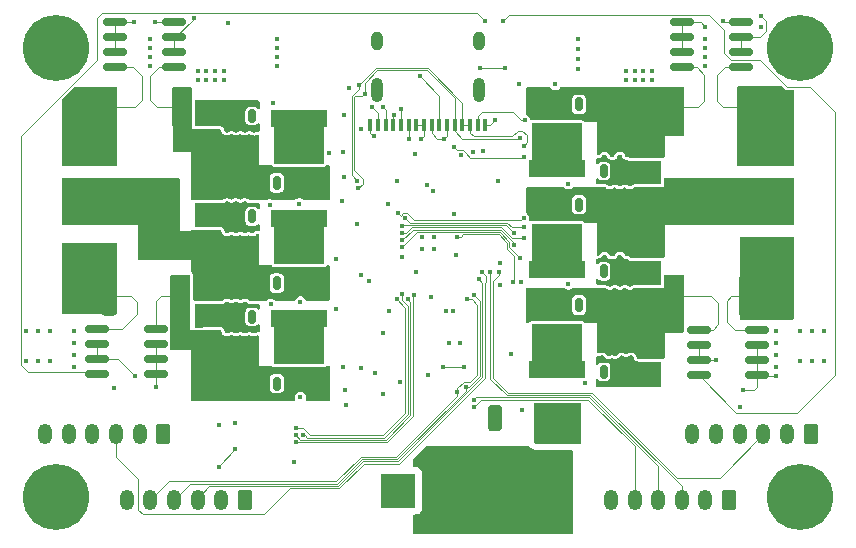
<source format=gbr>
%TF.GenerationSoftware,KiCad,Pcbnew,8.0.2*%
%TF.CreationDate,2024-05-05T15:17:45+02:00*%
%TF.ProjectId,motor_unicorn,6d6f746f-725f-4756-9e69-636f726e2e6b,rev?*%
%TF.SameCoordinates,Original*%
%TF.FileFunction,Copper,L4,Bot*%
%TF.FilePolarity,Positive*%
%FSLAX46Y46*%
G04 Gerber Fmt 4.6, Leading zero omitted, Abs format (unit mm)*
G04 Created by KiCad (PCBNEW 8.0.2) date 2024-05-05 15:17:45*
%MOMM*%
%LPD*%
G01*
G04 APERTURE LIST*
G04 Aperture macros list*
%AMRoundRect*
0 Rectangle with rounded corners*
0 $1 Rounding radius*
0 $2 $3 $4 $5 $6 $7 $8 $9 X,Y pos of 4 corners*
0 Add a 4 corners polygon primitive as box body*
4,1,4,$2,$3,$4,$5,$6,$7,$8,$9,$2,$3,0*
0 Add four circle primitives for the rounded corners*
1,1,$1+$1,$2,$3*
1,1,$1+$1,$4,$5*
1,1,$1+$1,$6,$7*
1,1,$1+$1,$8,$9*
0 Add four rect primitives between the rounded corners*
20,1,$1+$1,$2,$3,$4,$5,0*
20,1,$1+$1,$4,$5,$6,$7,0*
20,1,$1+$1,$6,$7,$8,$9,0*
20,1,$1+$1,$8,$9,$2,$3,0*%
%AMFreePoly0*
4,1,9,2.350000,2.000000,2.100000,2.000000,2.100000,-1.100000,-2.100000,-1.100000,-2.100000,2.000000,-2.350000,2.000000,-2.350000,3.500000,2.350000,3.500000,2.350000,2.000000,2.350000,2.000000,$1*%
G04 Aperture macros list end*
%TA.AperFunction,ComponentPad*%
%ADD10C,3.600000*%
%TD*%
%TA.AperFunction,ConnectorPad*%
%ADD11C,5.600000*%
%TD*%
%TA.AperFunction,ComponentPad*%
%ADD12O,1.000000X2.100000*%
%TD*%
%TA.AperFunction,ComponentPad*%
%ADD13O,1.000000X1.600000*%
%TD*%
%TA.AperFunction,ComponentPad*%
%ADD14RoundRect,0.250000X0.350000X0.625000X-0.350000X0.625000X-0.350000X-0.625000X0.350000X-0.625000X0*%
%TD*%
%TA.AperFunction,ComponentPad*%
%ADD15O,1.200000X1.750000*%
%TD*%
%TA.AperFunction,ComponentPad*%
%ADD16R,3.960000X1.980000*%
%TD*%
%TA.AperFunction,ComponentPad*%
%ADD17O,3.960000X1.980000*%
%TD*%
%TA.AperFunction,ComponentPad*%
%ADD18R,3.000000X3.000000*%
%TD*%
%TA.AperFunction,ComponentPad*%
%ADD19C,3.000000*%
%TD*%
%TA.AperFunction,SMDPad,CuDef*%
%ADD20RoundRect,0.175000X0.175000X0.400000X-0.175000X0.400000X-0.175000X-0.400000X0.175000X-0.400000X0*%
%TD*%
%TA.AperFunction,SMDPad,CuDef*%
%ADD21FreePoly0,180.000000*%
%TD*%
%TA.AperFunction,SMDPad,CuDef*%
%ADD22RoundRect,0.250000X0.362500X1.425000X-0.362500X1.425000X-0.362500X-1.425000X0.362500X-1.425000X0*%
%TD*%
%TA.AperFunction,SMDPad,CuDef*%
%ADD23RoundRect,0.150000X-0.825000X-0.150000X0.825000X-0.150000X0.825000X0.150000X-0.825000X0.150000X0*%
%TD*%
%TA.AperFunction,SMDPad,CuDef*%
%ADD24RoundRect,0.175000X-0.175000X-0.400000X0.175000X-0.400000X0.175000X0.400000X-0.175000X0.400000X0*%
%TD*%
%TA.AperFunction,SMDPad,CuDef*%
%ADD25FreePoly0,0.000000*%
%TD*%
%TA.AperFunction,SMDPad,CuDef*%
%ADD26RoundRect,0.250000X-0.362500X-1.425000X0.362500X-1.425000X0.362500X1.425000X-0.362500X1.425000X0*%
%TD*%
%TA.AperFunction,SMDPad,CuDef*%
%ADD27R,0.350000X1.000000*%
%TD*%
%TA.AperFunction,SMDPad,CuDef*%
%ADD28RoundRect,0.150000X0.825000X0.150000X-0.825000X0.150000X-0.825000X-0.150000X0.825000X-0.150000X0*%
%TD*%
%TA.AperFunction,SMDPad,CuDef*%
%ADD29RoundRect,0.250000X-0.350000X0.850000X-0.350000X-0.850000X0.350000X-0.850000X0.350000X0.850000X0*%
%TD*%
%TA.AperFunction,SMDPad,CuDef*%
%ADD30RoundRect,0.250000X-1.125000X1.275000X-1.125000X-1.275000X1.125000X-1.275000X1.125000X1.275000X0*%
%TD*%
%TA.AperFunction,SMDPad,CuDef*%
%ADD31RoundRect,0.249997X-2.650003X2.950003X-2.650003X-2.950003X2.650003X-2.950003X2.650003X2.950003X0*%
%TD*%
%TA.AperFunction,ViaPad*%
%ADD32C,0.450000*%
%TD*%
%TA.AperFunction,Conductor*%
%ADD33C,0.100000*%
%TD*%
G04 APERTURE END LIST*
D10*
%TO.P,H1,1,1*%
%TO.N,GND*%
X-31500000Y-16500000D03*
D11*
X-31500000Y-16500000D03*
%TD*%
D10*
%TO.P,H4,1,1*%
%TO.N,GND*%
X-31500000Y21500000D03*
D11*
X-31500000Y21500000D03*
%TD*%
D12*
%TO.P,J2,S1,SHIELD*%
%TO.N,GND*%
X4320000Y17895000D03*
D13*
X4320000Y22075000D03*
D12*
X-4320000Y17895000D03*
D13*
X-4320000Y22075000D03*
%TD*%
D10*
%TO.P,H3,1,1*%
%TO.N,GND*%
X31500000Y21500000D03*
D11*
X31500000Y21500000D03*
%TD*%
D14*
%TO.P,J8,1,Pin_1*%
%TO.N,+3V3*%
X32400000Y-11200000D03*
D15*
%TO.P,J8,2,Pin_2*%
%TO.N,GND*%
X30400000Y-11200000D03*
%TO.P,J8,3,Pin_3*%
%TO.N,/HALL_DAT_1*%
X28400000Y-11200000D03*
%TO.P,J8,4,Pin_4*%
%TO.N,/HALL_CLK*%
X26400000Y-11200000D03*
%TO.P,J8,5,Pin_5*%
%TO.N,/HALL_CSN*%
X24400000Y-11200000D03*
%TO.P,J8,6,Pin_6*%
%TO.N,+3V3*%
X22400000Y-11200000D03*
%TD*%
D14*
%TO.P,J9,1,Pin_1*%
%TO.N,+3V3*%
X-15500000Y-16750000D03*
D15*
%TO.P,J9,2,Pin_2*%
%TO.N,GND*%
X-17500000Y-16750000D03*
%TO.P,J9,3,Pin_3*%
%TO.N,/HALL_DAT_2*%
X-19500000Y-16750000D03*
%TO.P,J9,4,Pin_4*%
%TO.N,/HALL_CLK*%
X-21500000Y-16750000D03*
%TO.P,J9,5,Pin_5*%
%TO.N,/HALL_CSN*%
X-23500000Y-16750000D03*
%TO.P,J9,6,Pin_6*%
%TO.N,+3V3*%
X-25500000Y-16750000D03*
%TD*%
D16*
%TO.P,J5,1,Pin_1*%
%TO.N,/cur_sense/IO1*%
X-28500000Y3500000D03*
D17*
%TO.P,J5,2,Pin_2*%
%TO.N,/bridge2/OUT*%
X-28500000Y8500000D03*
%TO.P,J5,3,Pin_3*%
%TO.N,/cur_sense1/IO2*%
X-28500000Y13500000D03*
%TD*%
D14*
%TO.P,J7,1,Pin_1*%
%TO.N,+3V3*%
X25500000Y-16750000D03*
D15*
%TO.P,J7,2,Pin_2*%
%TO.N,GND*%
X23500000Y-16750000D03*
%TO.P,J7,3,Pin_3*%
%TO.N,/HALL_DAT_0*%
X21500000Y-16750000D03*
%TO.P,J7,4,Pin_4*%
%TO.N,/HALL_CLK*%
X19500000Y-16750000D03*
%TO.P,J7,5,Pin_5*%
%TO.N,/HALL_CSN*%
X17500000Y-16750000D03*
%TO.P,J7,6,Pin_6*%
%TO.N,+3V3*%
X15500000Y-16750000D03*
%TD*%
D16*
%TO.P,J6,1,Pin_1*%
%TO.N,/cur_sense2/IO1*%
X28500000Y13500000D03*
D17*
%TO.P,J6,2,Pin_2*%
%TO.N,/bridge5/OUT*%
X28500000Y8500000D03*
%TO.P,J6,3,Pin_3*%
%TO.N,/cur_sense3/IO2*%
X28500000Y3500000D03*
%TD*%
D10*
%TO.P,H2,1,1*%
%TO.N,GND*%
X31500000Y-16500000D03*
D11*
X31500000Y-16500000D03*
%TD*%
D18*
%TO.P,J11,1,Pin_1*%
%TO.N,GND*%
X-2504000Y-16000000D03*
D19*
%TO.P,J11,2,Pin_2*%
%TO.N,/power/VPP_IN*%
X2576000Y-16000000D03*
%TD*%
D14*
%TO.P,J10,1,Pin_1*%
%TO.N,+3V3*%
X-22400000Y-11200000D03*
D15*
%TO.P,J10,2,Pin_2*%
%TO.N,GND*%
X-24400000Y-11200000D03*
%TO.P,J10,3,Pin_3*%
%TO.N,/HALL_DAT_3*%
X-26400000Y-11200000D03*
%TO.P,J10,4,Pin_4*%
%TO.N,/HALL_CLK*%
X-28400000Y-11200000D03*
%TO.P,J10,5,Pin_5*%
%TO.N,/HALL_CSN*%
X-30400000Y-11200000D03*
%TO.P,J10,6,Pin_6*%
%TO.N,+3V3*%
X-32400000Y-11200000D03*
%TD*%
D20*
%TO.P,Q4,1,S*%
%TO.N,GND*%
X-16165000Y7225001D03*
X-17435000Y7225001D03*
X-18705000Y7225001D03*
%TO.P,Q4,2,G*%
%TO.N,Net-(D11-A)*%
X-14895000Y7225001D03*
D21*
%TO.P,Q4,3,D*%
%TO.N,/bridge2/OUT*%
X-16800000Y4500001D03*
%TD*%
D22*
%TO.P,R24,1*%
%TO.N,/cur_sense2/IO1*%
X26962500Y16500000D03*
%TO.P,R24,2*%
%TO.N,/bridge3/OUT*%
X21037500Y16500000D03*
%TD*%
%TO.P,R15,1*%
%TO.N,/bridge1/OUT*%
X-21037500Y16500000D03*
%TO.P,R15,2*%
%TO.N,/cur_sense1/IO2*%
X-26962500Y16500000D03*
%TD*%
D23*
%TO.P,U8,1,-*%
%TO.N,/cur_sense1/IO2*%
X-26475000Y19845000D03*
%TO.P,U8,2,GND*%
%TO.N,GND*%
X-26475000Y21115000D03*
%TO.P,U8,3,REF2*%
X-26475000Y22385000D03*
%TO.P,U8,4,GND*%
X-26475000Y23655000D03*
%TO.P,U8,5*%
%TO.N,/ADC_1*%
X-21525000Y23655000D03*
%TO.P,U8,6,V+*%
%TO.N,+3V3*%
X-21525000Y22385000D03*
%TO.P,U8,7,REF1*%
X-21525000Y21115000D03*
%TO.P,U8,8,+*%
%TO.N,/bridge1/OUT*%
X-21525000Y19845000D03*
%TD*%
D24*
%TO.P,Q8,1,S*%
%TO.N,/bridge/OUT*%
X-11535000Y-6925000D03*
X-10265000Y-6925000D03*
X-8995000Y-6925000D03*
%TO.P,Q8,2,G*%
%TO.N,Net-(D3-A)*%
X-12805000Y-6925000D03*
D25*
%TO.P,Q8,3,D*%
%TO.N,VPP*%
X-10900000Y-4200000D03*
%TD*%
D26*
%TO.P,R25,1*%
%TO.N,/bridge4/OUT*%
X21037500Y500000D03*
%TO.P,R25,2*%
%TO.N,/cur_sense3/IO2*%
X26962500Y500000D03*
%TD*%
D20*
%TO.P,Q11,1,S*%
%TO.N,/bridge3/OUT*%
X11535000Y16725000D03*
X10265000Y16725000D03*
X8995000Y16725000D03*
%TO.P,Q11,2,G*%
%TO.N,Net-(D13-A)*%
X12805000Y16725000D03*
D21*
%TO.P,Q11,3,D*%
%TO.N,VPP*%
X10900000Y14000000D03*
%TD*%
D23*
%TO.P,U14,1,-*%
%TO.N,/bridge3/OUT*%
X21525000Y19845000D03*
%TO.P,U14,2,GND*%
%TO.N,GND*%
X21525000Y21115000D03*
%TO.P,U14,3,REF2*%
X21525000Y22385000D03*
%TO.P,U14,4,GND*%
X21525000Y23655000D03*
%TO.P,U14,5*%
%TO.N,/ADC_2*%
X26475000Y23655000D03*
%TO.P,U14,6,V+*%
%TO.N,+3V3*%
X26475000Y22385000D03*
%TO.P,U14,7,REF1*%
X26475000Y21115000D03*
%TO.P,U14,8,+*%
%TO.N,/cur_sense2/IO1*%
X26475000Y19845000D03*
%TD*%
D24*
%TO.P,Q10,1,S*%
%TO.N,/bridge2/OUT*%
X-11535000Y1575000D03*
X-10265000Y1575000D03*
X-8995000Y1575000D03*
%TO.P,Q10,2,G*%
%TO.N,Net-(D10-A)*%
X-12805000Y1575000D03*
D25*
%TO.P,Q10,3,D*%
%TO.N,VPP*%
X-10900000Y4300000D03*
%TD*%
D24*
%TO.P,Q6,1,S*%
%TO.N,GND*%
X16165000Y-5925000D03*
X17435000Y-5925000D03*
X18705000Y-5925000D03*
%TO.P,Q6,2,G*%
%TO.N,Net-(D17-A)*%
X14895000Y-5925000D03*
D25*
%TO.P,Q6,3,D*%
%TO.N,/bridge4/OUT*%
X16800000Y-3200000D03*
%TD*%
D20*
%TO.P,Q13,1,S*%
%TO.N,/bridge5/OUT*%
X11535000Y8225000D03*
X10265000Y8225000D03*
X8995000Y8225000D03*
%TO.P,Q13,2,G*%
%TO.N,Net-(D19-A)*%
X12805000Y8225000D03*
D21*
%TO.P,Q13,3,D*%
%TO.N,VPP*%
X10900000Y5500000D03*
%TD*%
D27*
%TO.P,U16,1,C2P*%
%TO.N,Net-(U16-C2P)*%
X-4875000Y15000000D03*
%TO.P,U16,2,C2N*%
%TO.N,Net-(U16-C2N)*%
X-4225000Y15000000D03*
%TO.P,U16,3,C1P*%
%TO.N,Net-(U16-C1P)*%
X-3575000Y15000000D03*
%TO.P,U16,4,C1N*%
%TO.N,Net-(U16-C1N)*%
X-2925000Y15000000D03*
%TO.P,U16,5,VBAT*%
%TO.N,+3V3*%
X-2275000Y15000000D03*
%TO.P,U16,6,VSS*%
%TO.N,GND*%
X-1625000Y15000000D03*
%TO.P,U16,7,VDD*%
%TO.N,+3V3*%
X-975000Y15000000D03*
%TO.P,U16,8,BS1*%
X-325000Y15000000D03*
%TO.P,U16,9,CS*%
%TO.N,GND*%
X325000Y15000000D03*
%TO.P,U16,10,NRST*%
%TO.N,/DISP_RES*%
X975000Y15000000D03*
%TO.P,U16,11,DC/SA0*%
%TO.N,GND*%
X1625000Y15000000D03*
%TO.P,U16,12,D0/SCLK/SCL*%
%TO.N,/I2C_SCL*%
X2275000Y15000000D03*
%TO.P,U16,13,D1/SDIN/SDA_IN*%
%TO.N,/I2C_SDA*%
X2925000Y15000000D03*
%TO.P,U16,14,D2/SDA_OUT*%
X3575000Y15000000D03*
%TO.P,U16,15,VCOMH*%
%TO.N,Net-(U16-VCOMH)*%
X4225000Y15000000D03*
%TO.P,U16,16,VCC*%
%TO.N,Net-(U16-VCC)*%
X4875000Y15000000D03*
%TD*%
D28*
%TO.P,U7,1,-*%
%TO.N,/bridge/OUT*%
X-23025000Y-2295000D03*
%TO.P,U7,2,GND*%
%TO.N,GND*%
X-23025000Y-3565000D03*
%TO.P,U7,3,REF2*%
X-23025000Y-4835000D03*
%TO.P,U7,4,GND*%
X-23025000Y-6105000D03*
%TO.P,U7,5*%
%TO.N,/ADC_0*%
X-27975000Y-6105000D03*
%TO.P,U7,6,V+*%
%TO.N,+3V3*%
X-27975000Y-4835000D03*
%TO.P,U7,7,REF1*%
X-27975000Y-3565000D03*
%TO.P,U7,8,+*%
%TO.N,/cur_sense/IO1*%
X-27975000Y-2295000D03*
%TD*%
%TO.P,U15,1,-*%
%TO.N,/cur_sense3/IO2*%
X27875000Y-2395000D03*
%TO.P,U15,2,GND*%
%TO.N,GND*%
X27875000Y-3665000D03*
%TO.P,U15,3,REF2*%
X27875000Y-4935000D03*
%TO.P,U15,4,GND*%
X27875000Y-6205000D03*
%TO.P,U15,5*%
%TO.N,/ADC_3*%
X22925000Y-6205000D03*
%TO.P,U15,6,V+*%
%TO.N,+3V3*%
X22925000Y-4935000D03*
%TO.P,U15,7,REF1*%
X22925000Y-3665000D03*
%TO.P,U15,8,+*%
%TO.N,/bridge4/OUT*%
X22925000Y-2395000D03*
%TD*%
D24*
%TO.P,Q9,1,S*%
%TO.N,/bridge1/OUT*%
X-11535000Y10075000D03*
X-10265000Y10075000D03*
X-8995000Y10075000D03*
%TO.P,Q9,2,G*%
%TO.N,Net-(D7-A)*%
X-12805000Y10075000D03*
D25*
%TO.P,Q9,3,D*%
%TO.N,VPP*%
X-10900000Y12800000D03*
%TD*%
D29*
%TO.P,Q1,1,G*%
%TO.N,Net-(D23-A)*%
X5722500Y-9800000D03*
D30*
%TO.P,Q1,2,D*%
%TO.N,/power/VPP_IN*%
X9527500Y-14425000D03*
X6477500Y-14425000D03*
D31*
X8002500Y-16100000D03*
D30*
X9527500Y-17775000D03*
X6477500Y-17775000D03*
D29*
%TO.P,Q1,3,S*%
%TO.N,VPP*%
X10282500Y-9800000D03*
%TD*%
D20*
%TO.P,Q2,1,S*%
%TO.N,GND*%
X-16165000Y-1274999D03*
X-17435000Y-1274999D03*
X-18705000Y-1274999D03*
%TO.P,Q2,2,G*%
%TO.N,Net-(D4-A)*%
X-14895000Y-1274999D03*
D21*
%TO.P,Q2,3,D*%
%TO.N,/bridge/OUT*%
X-16800000Y-3999999D03*
%TD*%
D24*
%TO.P,Q5,1,S*%
%TO.N,GND*%
X16165000Y11075000D03*
X17435000Y11075000D03*
X18705000Y11075000D03*
%TO.P,Q5,2,G*%
%TO.N,Net-(D14-A)*%
X14895000Y11075000D03*
D25*
%TO.P,Q5,3,D*%
%TO.N,/bridge3/OUT*%
X16800000Y13800000D03*
%TD*%
D20*
%TO.P,Q12,1,S*%
%TO.N,/bridge4/OUT*%
X11535000Y-275000D03*
X10265000Y-275000D03*
X8995000Y-275000D03*
%TO.P,Q12,2,G*%
%TO.N,Net-(D16-A)*%
X12805000Y-275000D03*
D21*
%TO.P,Q12,3,D*%
%TO.N,VPP*%
X10900000Y-3000000D03*
%TD*%
D26*
%TO.P,R14,1*%
%TO.N,/cur_sense/IO1*%
X-26962500Y500000D03*
%TO.P,R14,2*%
%TO.N,/bridge/OUT*%
X-21037500Y500000D03*
%TD*%
D20*
%TO.P,Q3,1,S*%
%TO.N,GND*%
X-16165000Y15725001D03*
X-17435000Y15725001D03*
X-18705000Y15725001D03*
%TO.P,Q3,2,G*%
%TO.N,Net-(D8-A)*%
X-14895000Y15725001D03*
D21*
%TO.P,Q3,3,D*%
%TO.N,/bridge1/OUT*%
X-16800000Y13000001D03*
%TD*%
D24*
%TO.P,Q7,1,S*%
%TO.N,GND*%
X16165000Y2575000D03*
X17435000Y2575000D03*
X18705000Y2575000D03*
%TO.P,Q7,2,G*%
%TO.N,Net-(D20-A)*%
X14895000Y2575000D03*
D25*
%TO.P,Q7,3,D*%
%TO.N,/bridge5/OUT*%
X16800000Y5300000D03*
%TD*%
D32*
%TO.N,Net-(D23-A)*%
X5722500Y-9800000D03*
%TO.N,GND*%
X8000000Y-9150000D03*
X6100000Y1400000D03*
%TO.N,Net-(U16-VCOMH)*%
X8200000Y15400000D03*
%TO.N,GND*%
X7700000Y18400000D03*
%TO.N,+3V3*%
X-7000000Y-7500000D03*
%TO.N,GND*%
X10800000Y18400000D03*
X-26600000Y-7300000D03*
X-14750000Y14550000D03*
X15500000Y-7000000D03*
X16300000Y-7000000D03*
X16400000Y-4750000D03*
X-6700000Y18100000D03*
X-16250000Y-2450000D03*
X-14850000Y6050000D03*
X-15500000Y14550000D03*
X-10900000Y8300000D03*
X16250000Y10000000D03*
X1400000Y13800000D03*
X28200000Y23300000D03*
X33500000Y-2500000D03*
X12750000Y19700000D03*
X-17000000Y8300000D03*
X-12750000Y20000000D03*
X-7800000Y3600000D03*
X17100000Y1500000D03*
X31500000Y-5000000D03*
X5900000Y10200000D03*
X-15500000Y16800000D03*
X6100000Y3300000D03*
X12750000Y20550000D03*
X-23500000Y20000000D03*
X15400000Y10000000D03*
X-12750000Y22250000D03*
X-10800000Y-8100000D03*
X31500000Y-2500000D03*
X17200000Y-4750000D03*
X15600000Y11800000D03*
X-1600000Y13800000D03*
X-8400000Y12600000D03*
X-1100000Y12500000D03*
X-7200000Y-5500000D03*
X-16900000Y23600000D03*
X-11300000Y-13600000D03*
X15600000Y-5000000D03*
X14950000Y3750000D03*
X14950000Y12250000D03*
X-5000000Y1800000D03*
X23500000Y21500000D03*
X23500000Y22250000D03*
X-34000000Y-5000000D03*
X-15500000Y6050000D03*
X-15500000Y-2450000D03*
X-500000Y5500000D03*
X17100000Y10000000D03*
X16250000Y1500000D03*
X-16250000Y16800000D03*
X32500000Y-2500000D03*
X-7800000Y-600000D03*
X12750000Y21400000D03*
X11900000Y1500000D03*
X-17700000Y-10400000D03*
X17200000Y-7000000D03*
X23500000Y20000000D03*
X23500000Y20750000D03*
X-17000000Y-2450000D03*
X16250000Y12250000D03*
X7000000Y-4400000D03*
X32500000Y-5000000D03*
X0Y-6200000D03*
X26700000Y-7500000D03*
X29500000Y-6300000D03*
X3800000Y12700000D03*
X16250000Y3750000D03*
X-3250000Y-750000D03*
X500000Y4500000D03*
X-23500000Y20750000D03*
X16800000Y3400000D03*
X-32000000Y-5000000D03*
X-2600000Y10200000D03*
X-1000000Y2500000D03*
X-13100000Y16800000D03*
X-17000000Y14550000D03*
X-33000000Y-5000000D03*
X500000Y5500000D03*
X-17000000Y6050000D03*
X-5700000Y-5600000D03*
X13300000Y-6900000D03*
X2750000Y-3500000D03*
X-15500000Y8300000D03*
X33500000Y-5000000D03*
X-16250000Y14550000D03*
X11900000Y10000000D03*
X15400000Y1500000D03*
X23500000Y23300000D03*
X-17000000Y16800000D03*
X16800000Y11800000D03*
X-7300000Y8500000D03*
X-16250000Y6050000D03*
X-34000000Y-2500000D03*
X15600000Y3400000D03*
X-23500000Y21500000D03*
X-2400000Y-6800000D03*
X-15500000Y-200000D03*
X-32000000Y-2500000D03*
X-7200000Y12700000D03*
X-10800000Y0D03*
X-13400000Y8200000D03*
X-16300000Y-10300000D03*
X-23500000Y22250000D03*
X-16250000Y8300000D03*
X-13300000Y-200000D03*
X1750000Y-3500000D03*
X-6900000Y-8700000D03*
X1500000Y-750000D03*
X12750000Y22250000D03*
X-17000000Y-200000D03*
X-12750000Y20750000D03*
X-24900000Y23700000D03*
X-33000000Y-2500000D03*
X14750000Y-4750000D03*
X-16250000Y-200000D03*
X7900000Y1700000D03*
X-500000Y4500000D03*
X-7100000Y15800000D03*
X-12750000Y21500000D03*
X2800000Y12450000D03*
X-23000000Y-7200000D03*
%TO.N,+3V3*%
X-2200000Y3800000D03*
X-2300000Y16300000D03*
X-17700000Y-14000000D03*
X28200000Y24200000D03*
X2125003Y-750000D03*
X2200000Y7400000D03*
X-4500000Y-6000000D03*
X-16300000Y-12500000D03*
X-600000Y13800000D03*
X-3800000Y-2600000D03*
X400000Y9400000D03*
X2400000Y4000000D03*
X-19800000Y24000000D03*
X300000Y400000D03*
X24400000Y-4900000D03*
X-5700000Y14600000D03*
X-5700000Y2300000D03*
X-3400000Y8300000D03*
X-7100000Y10600000D03*
X-6000000Y6600000D03*
X-100000Y9900000D03*
X4700000Y12800000D03*
X-24800000Y-6300000D03*
X26400000Y-8900000D03*
%TO.N,+5V*%
X2200000Y13100000D03*
X8100000Y12300000D03*
X1300000Y-5500000D03*
X3100000Y-5500000D03*
%TO.N,/bridge/OUT*%
X-16800000Y-4000000D03*
%TO.N,/bridge1/OUT*%
X-16800000Y13000000D03*
%TO.N,/bridge2/OUT*%
X-16800000Y4500000D03*
%TO.N,/bridge3/OUT*%
X16800000Y13800000D03*
%TO.N,/bridge4/OUT*%
X16800000Y-3200000D03*
%TO.N,/bridge5/OUT*%
X16800000Y5300000D03*
%TO.N,Net-(U16-C2P)*%
X-4600000Y14000000D03*
%TO.N,Net-(U16-C2N)*%
X-4700000Y16500000D03*
%TO.N,Net-(U16-C1N)*%
X-2900000Y15800000D03*
%TO.N,Net-(U16-C1P)*%
X-3800000Y16500000D03*
%TO.N,Net-(U16-VCC)*%
X5700000Y15400000D03*
%TO.N,VPP*%
X-11300000Y14850000D03*
X11100000Y-6100000D03*
X29500000Y-2500000D03*
X29500000Y-5500000D03*
X17500000Y19500000D03*
X16750000Y19500000D03*
X12100000Y-5000000D03*
X12500000Y-10500000D03*
X18250000Y18750000D03*
X29500000Y-4500000D03*
X11100000Y-5000000D03*
X19000000Y19500000D03*
X-11000000Y6350000D03*
X-30000000Y-5500000D03*
X10100000Y-6100000D03*
X-12000000Y-1200000D03*
X-18750000Y18750000D03*
X12500000Y-9500000D03*
X17500000Y18750000D03*
X-10000000Y6350000D03*
X11500000Y-10500000D03*
X11400000Y13600000D03*
X-19500000Y18750000D03*
X19000000Y18750000D03*
X-18000000Y19500000D03*
X10300000Y14700000D03*
X-17250000Y18750000D03*
X-30000000Y-4500000D03*
X10900000Y3500000D03*
X9200000Y14700000D03*
X-11000000Y-1200000D03*
X-11000000Y7350000D03*
X9800000Y3500000D03*
X-19500000Y19500000D03*
X-10300000Y14850000D03*
X-11300000Y13850000D03*
X-18750000Y19500000D03*
X-17250000Y19500000D03*
X12500000Y-11500000D03*
X-18000000Y18750000D03*
X11500000Y-11500000D03*
X18250000Y19500000D03*
X-30000000Y-2500000D03*
X-10300000Y13850000D03*
X29500000Y-3500000D03*
X-11800000Y4200000D03*
X9200000Y13600000D03*
X-9700000Y3600000D03*
X11500000Y-9500000D03*
X9800000Y2400000D03*
X-10300000Y15850000D03*
X-11300000Y15850000D03*
X-11100000Y-3400000D03*
X-11100000Y-4400000D03*
X10900000Y2400000D03*
X-12100000Y-3400000D03*
X-12100000Y-4400000D03*
X10100000Y-5000000D03*
X11400000Y14700000D03*
X12100000Y-6100000D03*
X12000000Y2400000D03*
X10300000Y13600000D03*
X16750000Y18750000D03*
X-30000000Y-3500000D03*
X12000000Y3500000D03*
%TO.N,/rp2040/STATUS_LED*%
X2500000Y5500000D03*
X7200000Y1700000D03*
%TO.N,Net-(D3-A)*%
X-12805000Y-6925000D03*
%TO.N,Net-(D4-A)*%
X-14895000Y-1275000D03*
%TO.N,Net-(D7-A)*%
X-12805000Y10075000D03*
%TO.N,Net-(D8-A)*%
X-14895000Y15725000D03*
%TO.N,Net-(D10-A)*%
X-12805000Y1575000D03*
%TO.N,Net-(D11-A)*%
X-14895000Y7225000D03*
%TO.N,Net-(D13-A)*%
X12805000Y16725000D03*
%TO.N,Net-(D14-A)*%
X14895000Y11075000D03*
%TO.N,Net-(D16-A)*%
X12805000Y-275000D03*
%TO.N,Net-(D17-A)*%
X14895000Y-5925000D03*
%TO.N,Net-(D19-A)*%
X12805000Y8225000D03*
%TO.N,Net-(D20-A)*%
X14895000Y2575000D03*
%TO.N,/HALL_CSN*%
X2500000Y-7600000D03*
X3900000Y-8900000D03*
X3300000Y200000D03*
%TO.N,/HALL_CLK*%
X3200000Y-7200000D03*
X3900000Y-8300000D03*
X3900000Y600000D03*
%TO.N,/HALL_DAT_0*%
X5300000Y2500000D03*
%TO.N,/HALL_DAT_1*%
X6000000Y2500000D03*
%TO.N,/HALL_DAT_2*%
X4300000Y1900000D03*
%TO.N,/HALL_DAT_3*%
X4600000Y2500000D03*
%TO.N,/I2C_SDA*%
X-5850000Y18350000D03*
X-6000000Y10250000D03*
X8100000Y13219700D03*
%TO.N,/I2C_SCL*%
X-5350000Y17600000D03*
X7790416Y13843310D03*
X-5877427Y9637134D03*
%TO.N,/bridge3/L_IN*%
X-1900000Y7100000D03*
X8100000Y6300000D03*
%TO.N,/bridge3/H_IN*%
X8100000Y7100000D03*
X-2500000Y7500000D03*
%TO.N,/bridge4/L_IN*%
X7800000Y3700000D03*
X-2200000Y4600000D03*
%TO.N,/bridge4/H_IN*%
X-2200000Y5200000D03*
X7300000Y4800000D03*
%TO.N,/bridge5/L_IN*%
X8100000Y5400000D03*
X-2200000Y5800000D03*
%TO.N,/bridge5/H_IN*%
X7300000Y5800000D03*
X-2200000Y6400000D03*
%TO.N,/ADC_0*%
X4800000Y23800000D03*
%TO.N,/RS485_DE*%
X-1700000Y200000D03*
X-11200000Y-11300000D03*
%TO.N,/RS485_TX*%
X-2600000Y200000D03*
X-11200000Y-10700000D03*
%TO.N,/ADC_3*%
X6400000Y23800000D03*
%TO.N,/ADC_2*%
X25000000Y23800000D03*
%TO.N,/ADC_1*%
X-23100000Y23700000D03*
%TO.N,/RS485_NRE*%
X-11200000Y-11900000D03*
X-1200000Y600000D03*
%TO.N,/DISP_RES*%
X-700000Y19100000D03*
X6500000Y19800000D03*
X4400000Y19800000D03*
%TO.N,/RS485_RX*%
X-2200000Y700000D03*
X-10600000Y-11300000D03*
%TO.N,+3V3*%
X-3800000Y-7800000D03*
%TO.N,GND*%
X-14750000Y-2450000D03*
%TD*%
D33*
%TO.N,/HALL_DAT_1*%
X28400000Y-11200000D02*
X24700000Y-14900000D01*
X24700000Y-14900000D02*
X21100000Y-14900000D01*
X6782842Y-7700000D02*
X5500000Y-6417158D01*
X21100000Y-14900000D02*
X13900000Y-7700000D01*
X13900000Y-7700000D02*
X6782842Y-7700000D01*
X6000000Y2300000D02*
X6000000Y2500000D01*
X5500000Y-6417158D02*
X5500000Y1800000D01*
X5500000Y1800000D02*
X6000000Y2300000D01*
%TO.N,Net-(U16-VCC)*%
X5700000Y15400000D02*
X5300000Y15000000D01*
X5300000Y15000000D02*
X4875000Y15000000D01*
%TO.N,Net-(U16-VCOMH)*%
X8200000Y15400000D02*
X7900000Y15400000D01*
X7900000Y15400000D02*
X7200000Y16100000D01*
X7200000Y16100000D02*
X4600000Y16100000D01*
X4225000Y15725000D02*
X4225000Y15000000D01*
X4600000Y16100000D02*
X4225000Y15725000D01*
%TO.N,+5V*%
X1300000Y-5500000D02*
X3100000Y-5500000D01*
%TO.N,GND*%
X-23025000Y-6105000D02*
X-23025000Y-7175000D01*
X27600000Y-7500000D02*
X27875000Y-7225000D01*
X-23025000Y-3565000D02*
X-23025000Y-4835000D01*
X1625000Y14025000D02*
X1400000Y13800000D01*
X29500000Y-6300000D02*
X27970000Y-6300000D01*
X-23025000Y-7175000D02*
X-23000000Y-7200000D01*
X325000Y14275000D02*
X800000Y13800000D01*
X-26475000Y21115000D02*
X-26475000Y22385000D01*
X-26475000Y22385000D02*
X-26475000Y23655000D01*
X-26475000Y23655000D02*
X-24945000Y23655000D01*
X27875000Y-6205000D02*
X27875000Y-4935000D01*
X800000Y13800000D02*
X1400000Y13800000D01*
X-24945000Y23655000D02*
X-24900000Y23700000D01*
X325000Y15000000D02*
X325000Y14275000D01*
X-1625000Y13825000D02*
X-1600000Y13800000D01*
X27875000Y-7225000D02*
X27875000Y-6205000D01*
X-23025000Y-4835000D02*
X-23025000Y-6105000D01*
X26700000Y-7500000D02*
X27600000Y-7500000D01*
X23500000Y23300000D02*
X23145000Y23655000D01*
X23145000Y23655000D02*
X21525000Y23655000D01*
X27875000Y-4935000D02*
X27875000Y-3665000D01*
X21525000Y23655000D02*
X21525000Y22385000D01*
X-1625000Y15000000D02*
X-1625000Y13825000D01*
X21525000Y22385000D02*
X21525000Y21115000D01*
X1625000Y15000000D02*
X1625000Y14025000D01*
%TO.N,+3V3*%
X26475000Y22385000D02*
X26475000Y21115000D01*
X-17700000Y-13900000D02*
X-16300000Y-12500000D01*
X24400000Y-4900000D02*
X24365000Y-4935000D01*
X-325000Y15000000D02*
X-325000Y14075000D01*
X-325000Y14075000D02*
X-600000Y13800000D01*
X-19800000Y23976580D02*
X-21391580Y22385000D01*
X28085000Y22385000D02*
X28650000Y22950000D01*
X-2275000Y16275000D02*
X-2300000Y16300000D01*
X-17700000Y-14000000D02*
X-17700000Y-13900000D01*
X24365000Y-4935000D02*
X22925000Y-4935000D01*
X-27975000Y-4835000D02*
X-26265000Y-4835000D01*
X26475000Y22385000D02*
X28085000Y22385000D01*
X28650000Y22950000D02*
X28650000Y23750000D01*
X-325000Y15000000D02*
X-975000Y15000000D01*
X-21525000Y21115000D02*
X-21525000Y22385000D01*
X-27975000Y-3565000D02*
X-27975000Y-4835000D01*
X-19800000Y24000000D02*
X-19800000Y23976580D01*
X28650000Y23750000D02*
X28200000Y24200000D01*
X22925000Y-3665000D02*
X22925000Y-4935000D01*
X-2275000Y15000000D02*
X-2275000Y16275000D01*
X-26265000Y-4835000D02*
X-24800000Y-6300000D01*
%TO.N,+5V*%
X2965686Y12850000D02*
X3200000Y12615686D01*
X3200000Y12615686D02*
X3200000Y12600000D01*
X3200000Y12600000D02*
X3600000Y12200000D01*
X8000000Y12200000D02*
X8100000Y12300000D01*
X2450000Y12850000D02*
X2965686Y12850000D01*
X3600000Y12200000D02*
X8000000Y12200000D01*
X2200000Y13100000D02*
X2450000Y12850000D01*
%TO.N,/bridge/OUT*%
X-22600000Y500000D02*
X-21037500Y500000D01*
X-23025000Y-2295000D02*
X-23025000Y75000D01*
X-23025000Y75000D02*
X-22600000Y500000D01*
%TO.N,/bridge1/OUT*%
X-22755000Y19845000D02*
X-23500000Y19100000D01*
X-22900000Y16500000D02*
X-21037500Y16500000D01*
X-23500000Y19100000D02*
X-23500000Y17100000D01*
X-23500000Y17100000D02*
X-22900000Y16500000D01*
X-21525000Y19845000D02*
X-22755000Y19845000D01*
%TO.N,/bridge3/OUT*%
X23400000Y19200000D02*
X23400000Y17000000D01*
X21525000Y19845000D02*
X22755000Y19845000D01*
X22755000Y19845000D02*
X23400000Y19200000D01*
X22900000Y16500000D02*
X21037500Y16500000D01*
X23400000Y17000000D02*
X22900000Y16500000D01*
%TO.N,/bridge4/OUT*%
X24105000Y-2395000D02*
X22925000Y-2395000D01*
X24600000Y-100000D02*
X24600000Y-1900000D01*
X21037500Y500000D02*
X24000000Y500000D01*
X24000000Y500000D02*
X24600000Y-100000D01*
X24600000Y-1900000D02*
X24105000Y-2395000D01*
%TO.N,Net-(U16-C2P)*%
X-4875000Y14275000D02*
X-4600000Y14000000D01*
X-4875000Y15000000D02*
X-4875000Y14275000D01*
%TO.N,Net-(U16-C2N)*%
X-4225000Y15000000D02*
X-4225000Y16025000D01*
X-4225000Y16025000D02*
X-4700000Y16500000D01*
%TO.N,Net-(U16-C1N)*%
X-2925000Y15775000D02*
X-2900000Y15800000D01*
X-2925000Y15000000D02*
X-2925000Y15775000D01*
%TO.N,Net-(U16-C1P)*%
X-3575000Y15000000D02*
X-3575000Y16275000D01*
X-3575000Y16275000D02*
X-3800000Y16500000D01*
%TO.N,/rp2040/STATUS_LED*%
X2500000Y5500000D02*
X2800000Y5500000D01*
X6692894Y4992894D02*
X6692894Y4507106D01*
X6685788Y5000000D02*
X6692894Y4992894D01*
X6692894Y4507106D02*
X7300000Y3900000D01*
X5985788Y5700000D02*
X6685788Y5000000D01*
X3000000Y5700000D02*
X5985788Y5700000D01*
X7300000Y3900000D02*
X7300000Y1800000D01*
X7300000Y1800000D02*
X7200000Y1700000D01*
X2800000Y5500000D02*
X3000000Y5700000D01*
%TO.N,/HALL_CSN*%
X3600000Y-6800000D02*
X4200000Y-6200000D01*
X3034314Y-6800000D02*
X3600000Y-6800000D01*
X4500000Y-8300000D02*
X13600000Y-8300000D01*
X13600000Y-8300000D02*
X17500000Y-12200000D01*
X-21950000Y-15200000D02*
X-23500000Y-16750000D01*
X-2665684Y-13100000D02*
X-5665684Y-13100000D01*
X2500000Y-7600000D02*
X2500000Y-7934316D01*
X2500000Y-7334314D02*
X3034314Y-6800000D01*
X2500000Y-7934316D02*
X-2665684Y-13100000D01*
X3700000Y200000D02*
X3300000Y200000D01*
X4200000Y-300000D02*
X3700000Y200000D01*
X3900000Y-8900000D02*
X4500000Y-8300000D01*
X-7765684Y-15200000D02*
X-21950000Y-15200000D01*
X-5665684Y-13100000D02*
X-7765684Y-15200000D01*
X4200000Y-6200000D02*
X4200000Y-300000D01*
X17500000Y-12200000D02*
X17500000Y-16750000D01*
X2500000Y-7600000D02*
X2500000Y-7334314D01*
%TO.N,/HALL_CLK*%
X-5582842Y-13300000D02*
X-7682842Y-15400000D01*
X4100000Y-8100000D02*
X13682842Y-8100000D01*
X4400000Y-6317158D02*
X4400000Y100000D01*
X3200000Y-7200000D02*
X3200000Y-7517158D01*
X-7682842Y-15400000D02*
X-20150000Y-15400000D01*
X-20150000Y-15400000D02*
X-21500000Y-16750000D01*
X3517158Y-7200000D02*
X4400000Y-6317158D01*
X3200000Y-7517158D02*
X-2582842Y-13300000D01*
X13682842Y-8100000D02*
X19500000Y-13917158D01*
X3200000Y-7200000D02*
X3517158Y-7200000D01*
X-2582842Y-13300000D02*
X-5582842Y-13300000D01*
X19500000Y-16750000D02*
X19500000Y-13917158D01*
X4100000Y-8100000D02*
X3900000Y-8300000D01*
X4400000Y100000D02*
X3900000Y600000D01*
%TO.N,/HALL_DAT_0*%
X13765684Y-7900000D02*
X21500000Y-15634316D01*
X5300000Y2500000D02*
X5300000Y-6500000D01*
X5300000Y-6500000D02*
X6700000Y-7900000D01*
X6700000Y-7900000D02*
X13765684Y-7900000D01*
X21500000Y-15634316D02*
X21500000Y-16750000D01*
%TO.N,/HALL_DAT_2*%
X-5500000Y-13500000D02*
X-2500000Y-13500000D01*
X4600000Y-6400000D02*
X4600000Y1600000D01*
X-19500000Y-16600000D02*
X-18500000Y-15600000D01*
X-18500000Y-15600000D02*
X-7600000Y-15600000D01*
X-2500000Y-13500000D02*
X4600000Y-6400000D01*
X4600000Y1600000D02*
X4300000Y1900000D01*
X-7600000Y-15600000D02*
X-5500000Y-13500000D01*
%TO.N,/HALL_DAT_3*%
X4900000Y2200000D02*
X4600000Y2500000D01*
X-24100000Y-18000000D02*
X-13900000Y-18000000D01*
X4800000Y1600000D02*
X4900000Y1700000D01*
X-26400000Y-13100000D02*
X-24500000Y-15000000D01*
X-5417158Y-13700000D02*
X-2417158Y-13700000D01*
X-24500000Y-15000000D02*
X-24500000Y-17600000D01*
X4900000Y1700000D02*
X4900000Y2200000D01*
X-13900000Y-18000000D02*
X-11700000Y-15800000D01*
X-2417158Y-13700000D02*
X4800000Y-6482842D01*
X-7517158Y-15800000D02*
X-5417158Y-13700000D01*
X4800000Y-6482842D02*
X4800000Y1600000D01*
X-11700000Y-15800000D02*
X-7517158Y-15800000D01*
X-26400000Y-11200000D02*
X-26400000Y-13100000D01*
X-24500000Y-17600000D02*
X-24100000Y-18000000D01*
%TO.N,/I2C_SDA*%
X7100000Y14000000D02*
X3900000Y14000000D01*
X8400000Y14100000D02*
X8000000Y14500000D01*
X-5850000Y18350000D02*
X-4400000Y19800000D01*
X8400000Y13519700D02*
X8400000Y14100000D01*
X7600000Y14500000D02*
X7100000Y14000000D01*
X3575000Y15000000D02*
X2925000Y15000000D01*
X-6450000Y10700000D02*
X-6000000Y10250000D01*
X-17157Y19800000D02*
X2925000Y16857842D01*
X-6450000Y17400000D02*
X-6450000Y10700000D01*
X-4400000Y19800000D02*
X-17157Y19800000D01*
X3900000Y14000000D02*
X3575000Y14325000D01*
X8000000Y14500000D02*
X7600000Y14500000D01*
X-5850000Y18000000D02*
X-6450000Y17400000D01*
X2925000Y16857842D02*
X2925000Y15000000D01*
X-5850000Y18350000D02*
X-5850000Y18000000D01*
X8100000Y13219700D02*
X8400000Y13519700D01*
X3575000Y14325000D02*
X3575000Y15000000D01*
%TO.N,/I2C_SCL*%
X2900000Y13800000D02*
X2275000Y14425000D01*
X-6183579Y17383579D02*
X-6250000Y17317158D01*
X7790416Y13843310D02*
X7747106Y13800000D01*
X7747106Y13800000D02*
X2900000Y13800000D01*
X-5513603Y10000958D02*
X-5877427Y9637134D01*
X-5350000Y18567158D02*
X-4317158Y19600000D01*
X-100000Y19600000D02*
X2275000Y17225000D01*
X-5513603Y10413603D02*
X-5513603Y10000958D01*
X-5566421Y17383579D02*
X-6183579Y17383579D01*
X-5350000Y17600000D02*
X-5566421Y17383579D01*
X2275000Y17225000D02*
X2275000Y15000000D01*
X-5350000Y17600000D02*
X-5350000Y18567158D01*
X-6250000Y17317158D02*
X-6250000Y11150000D01*
X-6250000Y11150000D02*
X-5513603Y10413603D01*
X-4317158Y19600000D02*
X-100000Y19600000D01*
X2275000Y14425000D02*
X2275000Y15000000D01*
%TO.N,/bridge3/L_IN*%
X7134314Y6300000D02*
X6734314Y6700000D01*
X8100000Y6300000D02*
X7134314Y6300000D01*
X6734314Y6700000D02*
X-1500000Y6700000D01*
X-1500000Y6700000D02*
X-1900000Y7100000D01*
%TO.N,/bridge3/H_IN*%
X-1134314Y6900000D02*
X-1734314Y7500000D01*
X7900000Y6900000D02*
X-1134314Y6900000D01*
X-1734314Y7500000D02*
X-2065686Y7500000D01*
X8100000Y7100000D02*
X7900000Y6900000D01*
X-2065686Y7500000D02*
X-2282843Y7282843D01*
X-2282843Y7282843D02*
X-2500000Y7500000D01*
%TO.N,/bridge4/L_IN*%
X6068630Y5900000D02*
X-900000Y5900000D01*
X6900000Y5068630D02*
X6068630Y5900000D01*
X6900000Y4600000D02*
X6900000Y5068630D01*
X7800000Y3700000D02*
X6900000Y4600000D01*
X-900000Y5900000D02*
X-2200000Y4600000D01*
%TO.N,/bridge4/H_IN*%
X-1300000Y6100000D02*
X6151472Y6100000D01*
X7300000Y4951472D02*
X7300000Y4800000D01*
X6151472Y6100000D02*
X7300000Y4951472D01*
X-2200000Y5200000D02*
X-1300000Y6100000D01*
%TO.N,/bridge5/L_IN*%
X6234314Y6300000D02*
X-1382843Y6300000D01*
X7134314Y5400000D02*
X6234314Y6300000D01*
X8100000Y5400000D02*
X7134314Y5400000D01*
X-1382843Y6300000D02*
X-1882843Y5800000D01*
X-1882843Y5800000D02*
X-2200000Y5800000D01*
%TO.N,/bridge5/H_IN*%
X-2100000Y6500000D02*
X6600000Y6500000D01*
X6600000Y6500000D02*
X7300000Y5800000D01*
X-2200000Y6400000D02*
X-2100000Y6500000D01*
%TO.N,/ADC_0*%
X-34450000Y14050000D02*
X-28000000Y20500000D01*
X-34450000Y-5350000D02*
X-34450000Y14050000D01*
X-28000000Y20500000D02*
X-28000000Y24000000D01*
X-28000000Y24000000D02*
X-27550000Y24450000D01*
X-28130000Y-5950000D02*
X-33850000Y-5950000D01*
X-33850000Y-5950000D02*
X-34450000Y-5350000D01*
X-27550000Y24450000D02*
X4150000Y24450000D01*
X4150000Y24450000D02*
X4800000Y23800000D01*
%TO.N,/RS485_DE*%
X-1700000Y200000D02*
X-1500000Y0D01*
X-1500000Y0D02*
X-1500000Y-9617158D01*
X-10800000Y-11700000D02*
X-11200000Y-11300000D01*
X-1500000Y-9617158D02*
X-3582842Y-11700000D01*
X-3582842Y-11700000D02*
X-10800000Y-11700000D01*
%TO.N,/RS485_TX*%
X-1900000Y-500000D02*
X-2600000Y200000D01*
X-10600000Y-10700000D02*
X-10000000Y-11300000D01*
X-1900000Y-9417158D02*
X-1900000Y-500000D01*
X-10000000Y-11300000D02*
X-3782842Y-11300000D01*
X-11200000Y-10700000D02*
X-10600000Y-10700000D01*
X-3782842Y-11300000D02*
X-1900000Y-9417158D01*
%TO.N,/ADC_3*%
X25100000Y21086580D02*
X25686580Y20500000D01*
X32350000Y18200000D02*
X34450000Y16100000D01*
X34450000Y-6200000D02*
X31250000Y-9400000D01*
X34450000Y16100000D02*
X34450000Y-6200000D01*
X28100000Y20500000D02*
X30400000Y18200000D01*
X25100000Y23000000D02*
X25100000Y21086580D01*
X31250000Y-9400000D02*
X26120000Y-9400000D01*
X23800000Y24300000D02*
X25100000Y23000000D01*
X6400000Y23800000D02*
X6900000Y24300000D01*
X6900000Y24300000D02*
X23800000Y24300000D01*
X30400000Y18200000D02*
X32350000Y18200000D01*
X25686580Y20500000D02*
X28100000Y20500000D01*
X26120000Y-9400000D02*
X22925000Y-6205000D01*
%TO.N,/ADC_2*%
X25145000Y23655000D02*
X26475000Y23655000D01*
X25000000Y23800000D02*
X25145000Y23655000D01*
%TO.N,/ADC_1*%
X-23100000Y23700000D02*
X-23055000Y23655000D01*
X-23055000Y23655000D02*
X-21525000Y23655000D01*
%TO.N,/RS485_NRE*%
X-3500000Y-11900000D02*
X-11200000Y-11900000D01*
X-1300000Y500000D02*
X-1300000Y-9700000D01*
X-1200000Y600000D02*
X-1300000Y500000D01*
X-1300000Y-9700000D02*
X-3500000Y-11900000D01*
%TO.N,/DISP_RES*%
X6500000Y19800000D02*
X4400000Y19800000D01*
X-700000Y19100000D02*
X975000Y17425000D01*
X975000Y17425000D02*
X975000Y15000000D01*
%TO.N,/RS485_RX*%
X-10200000Y-11500000D02*
X-3700000Y-11500000D01*
X-10600000Y-11300000D02*
X-10400000Y-11300000D01*
X-2200000Y134314D02*
X-2200000Y700000D01*
X-1700000Y-365686D02*
X-2200000Y134314D01*
X-10400000Y-11300000D02*
X-10200000Y-11500000D01*
X-3700000Y-11500000D02*
X-1700000Y-9500000D01*
X-1700000Y-9500000D02*
X-1700000Y-365686D01*
%TO.N,/cur_sense1/IO2*%
X-24200000Y17100000D02*
X-24800000Y16500000D01*
X-24800000Y16500000D02*
X-26962500Y16500000D01*
X-24200000Y19100000D02*
X-24200000Y17100000D01*
X-26475000Y19845000D02*
X-24945000Y19845000D01*
X-24945000Y19845000D02*
X-24200000Y19100000D01*
%TO.N,/cur_sense/IO1*%
X-25100000Y500000D02*
X-26962500Y500000D01*
X-24600000Y0D02*
X-25100000Y500000D01*
X-27975000Y-2295000D02*
X-25895000Y-2295000D01*
X-25895000Y-2295000D02*
X-24600000Y-1000000D01*
X-24600000Y-1000000D02*
X-24600000Y0D01*
%TO.N,/cur_sense3/IO2*%
X25300000Y100000D02*
X25700000Y500000D01*
X25300000Y-1700000D02*
X25300000Y100000D01*
X27875000Y-2395000D02*
X25995000Y-2395000D01*
X25995000Y-2395000D02*
X25300000Y-1700000D01*
X25700000Y500000D02*
X26962500Y500000D01*
%TO.N,/cur_sense2/IO1*%
X24500000Y17000000D02*
X25000000Y16500000D01*
X24500000Y19200000D02*
X24500000Y17000000D01*
X25145000Y19845000D02*
X24500000Y19200000D01*
X26475000Y19845000D02*
X25145000Y19845000D01*
X25000000Y16500000D02*
X26962500Y16500000D01*
%TD*%
%TA.AperFunction,Conductor*%
%TO.N,/bridge4/OUT*%
G36*
X11541184Y1180315D02*
G01*
X11567856Y1157204D01*
X11585411Y1136945D01*
X11585413Y1136943D01*
X11585413Y1136942D01*
X11700440Y1063021D01*
X11831632Y1024500D01*
X11831633Y1024500D01*
X11968368Y1024500D01*
X12099559Y1063021D01*
X12214586Y1136942D01*
X12214586Y1136943D01*
X12214589Y1136945D01*
X12232143Y1157203D01*
X12290920Y1194977D01*
X12325855Y1200000D01*
X14974145Y1200000D01*
X15041184Y1180315D01*
X15067856Y1157204D01*
X15085411Y1136945D01*
X15085413Y1136943D01*
X15085413Y1136942D01*
X15200440Y1063021D01*
X15331632Y1024500D01*
X15331633Y1024500D01*
X15468368Y1024500D01*
X15599559Y1063021D01*
X15714586Y1136942D01*
X15714591Y1136947D01*
X15731288Y1156216D01*
X15790066Y1193990D01*
X15859936Y1193990D01*
X15918712Y1156216D01*
X15935408Y1136947D01*
X15935413Y1136942D01*
X16050440Y1063021D01*
X16181632Y1024500D01*
X16181633Y1024500D01*
X16318368Y1024500D01*
X16449559Y1063021D01*
X16564586Y1136942D01*
X16564591Y1136947D01*
X16581288Y1156216D01*
X16640066Y1193990D01*
X16709936Y1193990D01*
X16768712Y1156216D01*
X16785408Y1136947D01*
X16785413Y1136942D01*
X16900440Y1063021D01*
X17031632Y1024500D01*
X17031633Y1024500D01*
X17168368Y1024500D01*
X17299559Y1063021D01*
X17414586Y1136942D01*
X17414586Y1136943D01*
X17414589Y1136945D01*
X17432143Y1157203D01*
X17490920Y1194977D01*
X17525855Y1200000D01*
X20000000Y1200000D01*
X20000000Y-2600000D01*
X20050000Y-2600000D01*
X20050000Y-4676000D01*
X20030315Y-4743039D01*
X19977511Y-4788794D01*
X19926000Y-4800000D01*
X17795026Y-4800000D01*
X17727987Y-4780315D01*
X17682232Y-4727511D01*
X17672288Y-4693647D01*
X17664135Y-4636945D01*
X17660931Y-4614658D01*
X17639022Y-4566685D01*
X17604132Y-4490285D01*
X17604127Y-4490278D01*
X17514590Y-4386946D01*
X17514586Y-4386942D01*
X17399559Y-4313021D01*
X17268368Y-4274500D01*
X17268367Y-4274500D01*
X17131633Y-4274500D01*
X17131632Y-4274500D01*
X17000440Y-4313021D01*
X16885413Y-4386942D01*
X16881201Y-4390593D01*
X16817644Y-4419616D01*
X16748486Y-4409671D01*
X16718799Y-4390593D01*
X16714586Y-4386942D01*
X16599559Y-4313021D01*
X16468368Y-4274500D01*
X16468367Y-4274500D01*
X16331633Y-4274500D01*
X16331632Y-4274500D01*
X16200440Y-4313021D01*
X16085413Y-4386942D01*
X16085409Y-4386946D01*
X15995872Y-4490278D01*
X15995869Y-4490282D01*
X15985091Y-4513883D01*
X15939335Y-4566685D01*
X15872295Y-4586368D01*
X15805263Y-4566686D01*
X15799560Y-4563021D01*
X15668368Y-4524500D01*
X15668367Y-4524500D01*
X15531633Y-4524500D01*
X15531632Y-4524500D01*
X15400441Y-4563020D01*
X15356083Y-4591527D01*
X15289043Y-4611210D01*
X15222004Y-4591524D01*
X15176252Y-4538722D01*
X15154130Y-4490283D01*
X15154130Y-4490282D01*
X15149999Y-4485515D01*
X15064590Y-4386946D01*
X15064586Y-4386942D01*
X14949559Y-4313021D01*
X14818368Y-4274500D01*
X14818367Y-4274500D01*
X14681633Y-4274500D01*
X14681632Y-4274500D01*
X14550440Y-4313021D01*
X14491038Y-4351196D01*
X14423999Y-4370880D01*
X14356959Y-4351195D01*
X14311205Y-4298390D01*
X14300000Y-4246880D01*
X14300000Y-1800000D01*
X13300844Y-1800000D01*
X13233805Y-1780315D01*
X13197743Y-1744892D01*
X13180666Y-1719334D01*
X13180664Y-1719333D01*
X13180664Y-1719332D01*
X13097778Y-1663950D01*
X13097771Y-1663947D01*
X13000003Y-1644500D01*
X13000000Y-1644500D01*
X8800000Y-1644500D01*
X8799997Y-1644500D01*
X8702228Y-1663947D01*
X8702221Y-1663950D01*
X8619335Y-1719332D01*
X8619334Y-1719334D01*
X8602257Y-1744891D01*
X8548647Y-1789696D01*
X8499156Y-1800000D01*
X8424000Y-1800000D01*
X8356961Y-1780315D01*
X8311206Y-1727511D01*
X8300000Y-1676000D01*
X8300000Y158493D01*
X12204500Y158493D01*
X12204500Y-708493D01*
X12220279Y-808121D01*
X12220280Y-808124D01*
X12220281Y-808126D01*
X12281472Y-928220D01*
X12281473Y-928221D01*
X12281476Y-928225D01*
X12376774Y-1023523D01*
X12376778Y-1023526D01*
X12376780Y-1023528D01*
X12496874Y-1084719D01*
X12496876Y-1084719D01*
X12496878Y-1084720D01*
X12596507Y-1100500D01*
X12596512Y-1100500D01*
X13013493Y-1100500D01*
X13113121Y-1084720D01*
X13113121Y-1084719D01*
X13113126Y-1084719D01*
X13233220Y-1023528D01*
X13328528Y-928220D01*
X13389719Y-808126D01*
X13389720Y-808121D01*
X13405500Y-708493D01*
X13405500Y158493D01*
X13389720Y258121D01*
X13389719Y258121D01*
X13389719Y258126D01*
X13328528Y378220D01*
X13233220Y473528D01*
X13113126Y534719D01*
X13113121Y534719D01*
X13113121Y534720D01*
X13013493Y550500D01*
X13013488Y550500D01*
X12596512Y550500D01*
X12596507Y550500D01*
X12496878Y534720D01*
X12496876Y534719D01*
X12496874Y534719D01*
X12376780Y473528D01*
X12376778Y473526D01*
X12376774Y473523D01*
X12281476Y378225D01*
X12281473Y378221D01*
X12281472Y378220D01*
X12220281Y258126D01*
X12220280Y258124D01*
X12220279Y258121D01*
X12204500Y158493D01*
X8300000Y158493D01*
X8300000Y1076000D01*
X8319685Y1143039D01*
X8372489Y1188794D01*
X8424000Y1200000D01*
X11474145Y1200000D01*
X11541184Y1180315D01*
G37*
%TD.AperFunction*%
%TD*%
%TA.AperFunction,Conductor*%
%TO.N,/bridge2/OUT*%
G36*
X-17527987Y6080315D02*
G01*
X-17482232Y6027511D01*
X-17472288Y5993647D01*
X-17460931Y5914658D01*
X-17460929Y5914654D01*
X-17404132Y5790285D01*
X-17404127Y5790278D01*
X-17314590Y5686946D01*
X-17314586Y5686942D01*
X-17199559Y5613021D01*
X-17068368Y5574500D01*
X-17068367Y5574500D01*
X-16931632Y5574500D01*
X-16800440Y5613021D01*
X-16692038Y5682685D01*
X-16624998Y5702369D01*
X-16557962Y5682685D01*
X-16449559Y5613021D01*
X-16318368Y5574500D01*
X-16318367Y5574500D01*
X-16181632Y5574500D01*
X-16050440Y5613021D01*
X-15942038Y5682685D01*
X-15874998Y5702369D01*
X-15807962Y5682685D01*
X-15699559Y5613021D01*
X-15568368Y5574500D01*
X-15568367Y5574500D01*
X-15431632Y5574500D01*
X-15300440Y5613021D01*
X-15242038Y5650553D01*
X-15174998Y5670237D01*
X-15107962Y5650553D01*
X-15049559Y5613021D01*
X-14918368Y5574500D01*
X-14918367Y5574500D01*
X-14781632Y5574500D01*
X-14650440Y5613021D01*
X-14535413Y5686942D01*
X-14535408Y5686947D01*
X-14517712Y5707370D01*
X-14458934Y5745144D01*
X-14389064Y5745144D01*
X-14330287Y5707369D01*
X-14301262Y5643813D01*
X-14300000Y5626167D01*
X-14300000Y3100000D01*
X-13300844Y3100000D01*
X-13233805Y3080315D01*
X-13197743Y3044892D01*
X-13180666Y3019334D01*
X-13180664Y3019333D01*
X-13180664Y3019332D01*
X-13097778Y2963950D01*
X-13097771Y2963947D01*
X-13000004Y2944500D01*
X-13000000Y2944500D01*
X-8799995Y2944500D01*
X-8702228Y2963947D01*
X-8702221Y2963950D01*
X-8619335Y3019332D01*
X-8613870Y3027511D01*
X-8602257Y3044891D01*
X-8548647Y3089696D01*
X-8499156Y3100000D01*
X-8424000Y3100000D01*
X-8356961Y3080315D01*
X-8311206Y3027511D01*
X-8300000Y2976000D01*
X-8300000Y224000D01*
X-8319685Y156961D01*
X-8372489Y111206D01*
X-8424000Y100000D01*
X-10243239Y100000D01*
X-10310278Y119685D01*
X-10356033Y172488D01*
X-10395869Y259716D01*
X-10395872Y259721D01*
X-10485409Y363053D01*
X-10485413Y363057D01*
X-10545979Y401979D01*
X-10600439Y436978D01*
X-10666036Y456239D01*
X-10731632Y475500D01*
X-10731633Y475500D01*
X-10868367Y475500D01*
X-10868368Y475500D01*
X-10912098Y462659D01*
X-10999561Y436978D01*
X-11114589Y363055D01*
X-11204130Y259718D01*
X-11239189Y182949D01*
X-11243967Y172488D01*
X-11289722Y119684D01*
X-11356761Y100000D01*
X-12874145Y100000D01*
X-12941184Y119685D01*
X-12967858Y142797D01*
X-12985411Y163055D01*
X-12985413Y163056D01*
X-12985413Y163057D01*
X-13080245Y224000D01*
X-13100439Y236978D01*
X-13166036Y256239D01*
X-13231632Y275500D01*
X-13231633Y275500D01*
X-13368367Y275500D01*
X-13368368Y275500D01*
X-13412098Y262659D01*
X-13499561Y236978D01*
X-13614589Y163055D01*
X-13632142Y142797D01*
X-13690920Y105023D01*
X-13725855Y100000D01*
X-15074145Y100000D01*
X-15141184Y119685D01*
X-15167858Y142797D01*
X-15185411Y163055D01*
X-15185413Y163056D01*
X-15185413Y163057D01*
X-15280245Y224000D01*
X-15300439Y236978D01*
X-15366036Y256239D01*
X-15431632Y275500D01*
X-15431633Y275500D01*
X-15568367Y275500D01*
X-15568368Y275500D01*
X-15650653Y251338D01*
X-15699561Y236978D01*
X-15807962Y167313D01*
X-15875001Y147630D01*
X-15942037Y167313D01*
X-16050439Y236978D01*
X-16050442Y236979D01*
X-16181632Y275500D01*
X-16181633Y275500D01*
X-16318367Y275500D01*
X-16318368Y275500D01*
X-16400653Y251338D01*
X-16449561Y236978D01*
X-16557962Y167313D01*
X-16625001Y147630D01*
X-16692037Y167313D01*
X-16800439Y236978D01*
X-16800442Y236979D01*
X-16931632Y275500D01*
X-16931633Y275500D01*
X-17068367Y275500D01*
X-17068368Y275500D01*
X-17112098Y262659D01*
X-17199561Y236978D01*
X-17314589Y163055D01*
X-17332142Y142797D01*
X-17390920Y105023D01*
X-17425855Y100000D01*
X-19720500Y100000D01*
X-19787539Y119685D01*
X-19833294Y172489D01*
X-19844500Y224000D01*
X-19844500Y2008493D01*
X-13405500Y2008493D01*
X-13405500Y1141506D01*
X-13389720Y1041878D01*
X-13389719Y1041874D01*
X-13328528Y921780D01*
X-13328526Y921778D01*
X-13328523Y921774D01*
X-13233225Y826476D01*
X-13233221Y826473D01*
X-13233220Y826472D01*
X-13113126Y765281D01*
X-13113124Y765280D01*
X-13113121Y765279D01*
X-13013493Y749500D01*
X-13013488Y749500D01*
X-12596507Y749500D01*
X-12496878Y765279D01*
X-12376778Y826473D01*
X-12376774Y826476D01*
X-12281476Y921774D01*
X-12281473Y921778D01*
X-12220279Y1041878D01*
X-12204500Y1141506D01*
X-12204500Y2008493D01*
X-12220279Y2108121D01*
X-12220280Y2108124D01*
X-12220281Y2108126D01*
X-12281472Y2228220D01*
X-12281473Y2228221D01*
X-12281476Y2228225D01*
X-12376774Y2323523D01*
X-12376778Y2323526D01*
X-12376780Y2323528D01*
X-12496874Y2384719D01*
X-12496876Y2384719D01*
X-12496878Y2384720D01*
X-12596507Y2400500D01*
X-12596512Y2400500D01*
X-13013488Y2400500D01*
X-13013493Y2400500D01*
X-13113121Y2384720D01*
X-13113121Y2384719D01*
X-13113126Y2384719D01*
X-13233220Y2323528D01*
X-13328528Y2228220D01*
X-13389719Y2108126D01*
X-13389719Y2108121D01*
X-13389720Y2108121D01*
X-13405500Y2008493D01*
X-19844500Y2008493D01*
X-19844500Y2201007D01*
X-19847644Y2240952D01*
X-19847646Y2240973D01*
X-19852488Y2271553D01*
X-19856404Y2291237D01*
X-19898140Y2381771D01*
X-19898143Y2381776D01*
X-19934094Y2431259D01*
X-19934100Y2431267D01*
X-19934102Y2431270D01*
X-19934105Y2431273D01*
X-19974876Y2475378D01*
X-19986585Y2481935D01*
X-20035460Y2531865D01*
X-20050000Y2590127D01*
X-20050000Y3500000D01*
X-19500000Y3500000D01*
X-19500000Y6000000D01*
X-20050000Y6000000D01*
X-20040023Y6009976D01*
X-20030315Y6043039D01*
X-19977511Y6088794D01*
X-19926000Y6100000D01*
X-17595026Y6100000D01*
X-17527987Y6080315D01*
G37*
%TD.AperFunction*%
%TD*%
%TA.AperFunction,Conductor*%
%TO.N,VPP*%
G36*
X12959191Y-8569407D02*
G01*
X12995155Y-8618907D01*
X13000000Y-8649500D01*
X13000000Y-11901000D01*
X12981093Y-11959191D01*
X12931593Y-11995155D01*
X12901000Y-12000000D01*
X9099000Y-12000000D01*
X9040809Y-11981093D01*
X9004845Y-11931593D01*
X9000000Y-11901000D01*
X9000000Y-8649500D01*
X9018907Y-8591309D01*
X9068407Y-8555345D01*
X9099000Y-8550500D01*
X12901000Y-8550500D01*
X12959191Y-8569407D01*
G37*
%TD.AperFunction*%
%TD*%
%TA.AperFunction,Conductor*%
%TO.N,/bridge3/OUT*%
G36*
X21659191Y18181093D02*
G01*
X21695155Y18131593D01*
X21700000Y18101000D01*
X21700000Y14099000D01*
X21681093Y14040809D01*
X21631593Y14004845D01*
X21601000Y14000000D01*
X19500000Y14000000D01*
X19500000Y18200000D01*
X21601000Y18200000D01*
X21659191Y18181093D01*
G37*
%TD.AperFunction*%
%TD*%
%TA.AperFunction,Conductor*%
%TO.N,/cur_sense2/IO1*%
G36*
X29962922Y18281093D02*
G01*
X29974735Y18271004D01*
X30187636Y18058103D01*
X30187635Y18058102D01*
X30258103Y17987635D01*
X30350171Y17949500D01*
X30901000Y17949500D01*
X30959191Y17930593D01*
X30995155Y17881093D01*
X31000000Y17850500D01*
X31000000Y11599000D01*
X30981093Y11540809D01*
X30931593Y11504845D01*
X30901000Y11500000D01*
X26299000Y11500000D01*
X26240809Y11518907D01*
X26204845Y11568407D01*
X26200000Y11599000D01*
X26200000Y18201000D01*
X26218907Y18259191D01*
X26268407Y18295155D01*
X26299000Y18300000D01*
X29904731Y18300000D01*
X29962922Y18281093D01*
G37*
%TD.AperFunction*%
%TD*%
%TA.AperFunction,Conductor*%
%TO.N,/bridge4/OUT*%
G36*
X21659191Y2281093D02*
G01*
X21695155Y2231593D01*
X21700000Y2201000D01*
X21700000Y-2501000D01*
X21681093Y-2559191D01*
X21631593Y-2595155D01*
X21601000Y-2600000D01*
X20000000Y-2600000D01*
X20000000Y2201000D01*
X20018907Y2259191D01*
X20068407Y2295155D01*
X20099000Y2300000D01*
X21601000Y2300000D01*
X21659191Y2281093D01*
G37*
%TD.AperFunction*%
%TD*%
%TA.AperFunction,Conductor*%
%TO.N,GND*%
G36*
X-16954708Y8515989D02*
G01*
X-16921324Y8506186D01*
X-16895694Y8494481D01*
X-16830178Y8452376D01*
X-16830172Y8452373D01*
X-16764017Y8422161D01*
X-16696989Y8402481D01*
X-16696982Y8402479D01*
X-16696977Y8402478D01*
X-16652318Y8393593D01*
X-16553029Y8402477D01*
X-16553026Y8402477D01*
X-16553023Y8402478D01*
X-16485984Y8422161D01*
X-16485983Y8422161D01*
X-16485981Y8422162D01*
X-16419832Y8452371D01*
X-16419829Y8452372D01*
X-16389181Y8472067D01*
X-16354304Y8494482D01*
X-16328679Y8506184D01*
X-16295289Y8515989D01*
X-16267395Y8520000D01*
X-16232601Y8520000D01*
X-16204708Y8515989D01*
X-16171324Y8506186D01*
X-16145694Y8494481D01*
X-16080178Y8452376D01*
X-16080172Y8452373D01*
X-16014017Y8422161D01*
X-15946989Y8402481D01*
X-15946982Y8402479D01*
X-15946977Y8402478D01*
X-15902318Y8393593D01*
X-15803029Y8402477D01*
X-15803026Y8402477D01*
X-15803023Y8402478D01*
X-15735984Y8422161D01*
X-15735983Y8422161D01*
X-15735981Y8422162D01*
X-15669832Y8452371D01*
X-15669829Y8452372D01*
X-15639181Y8472067D01*
X-15604304Y8494482D01*
X-15578679Y8506184D01*
X-15545289Y8515989D01*
X-15517395Y8520000D01*
X-15482603Y8520000D01*
X-15454711Y8515990D01*
X-15438020Y8511089D01*
X-15431226Y8509094D01*
X-15431226Y8509093D01*
X-15431218Y8509092D01*
X-15421325Y8506187D01*
X-15395697Y8494483D01*
X-15369440Y8477610D01*
X-15360598Y8471927D01*
X-15344122Y8458650D01*
X-15337847Y8452376D01*
X-15335170Y8449699D01*
X-15335157Y8449688D01*
X-15308501Y8426591D01*
X-15301504Y8420743D01*
X-15301497Y8420738D01*
X-15213170Y8374535D01*
X-15213165Y8374533D01*
X-15146142Y8354853D01*
X-15146134Y8354851D01*
X-15146130Y8354850D01*
X-15146125Y8354849D01*
X-15146124Y8354849D01*
X-15074149Y8344500D01*
X-14349000Y8344500D01*
X-14290809Y8325593D01*
X-14254845Y8276093D01*
X-14250000Y8245500D01*
X-14250000Y7925045D01*
X-14268907Y7866854D01*
X-14318407Y7830890D01*
X-14379593Y7830890D01*
X-14419001Y7855039D01*
X-14498789Y7934827D01*
X-14611375Y7989867D01*
X-14684364Y8000501D01*
X-15105636Y8000501D01*
X-15178625Y7989867D01*
X-15291211Y7934827D01*
X-15379826Y7846212D01*
X-15434866Y7733626D01*
X-15445500Y7660637D01*
X-15445500Y6789365D01*
X-15434866Y6716376D01*
X-15379826Y6603790D01*
X-15291211Y6515175D01*
X-15291209Y6515174D01*
X-15178625Y6460135D01*
X-15178626Y6460135D01*
X-15160377Y6457476D01*
X-15105636Y6449501D01*
X-15105633Y6449501D01*
X-14684367Y6449501D01*
X-14684364Y6449501D01*
X-14640570Y6455881D01*
X-14611373Y6460135D01*
X-14498790Y6515174D01*
X-14477701Y6536263D01*
X-14419001Y6594962D01*
X-14364487Y6622738D01*
X-14304055Y6613167D01*
X-14260790Y6569902D01*
X-14250000Y6524957D01*
X-14250000Y6093614D01*
X-14268907Y6035423D01*
X-14318407Y5999459D01*
X-14368316Y5996517D01*
X-14376821Y5998208D01*
X-14389058Y6000643D01*
X-14389061Y6000643D01*
X-14389064Y6000644D01*
X-14458934Y6000644D01*
X-14458944Y6000643D01*
X-14458946Y6000643D01*
X-14472176Y5999459D01*
X-14504298Y5996585D01*
X-14597067Y5960085D01*
X-14655845Y5922311D01*
X-14690935Y5891903D01*
X-14702236Y5883444D01*
X-14745694Y5855516D01*
X-14771318Y5843814D01*
X-14804715Y5834008D01*
X-14832601Y5830000D01*
X-14867399Y5830000D01*
X-14895289Y5834010D01*
X-14928670Y5843811D01*
X-14954303Y5855517D01*
X-14969822Y5865490D01*
X-14969834Y5865497D01*
X-15035975Y5895702D01*
X-15035978Y5895703D01*
X-15103014Y5915387D01*
X-15147682Y5924272D01*
X-15147683Y5924273D01*
X-15147683Y5924272D01*
X-15147684Y5924273D01*
X-15246978Y5915388D01*
X-15302706Y5899025D01*
X-15307475Y5897625D01*
X-15314018Y5895704D01*
X-15380170Y5865494D01*
X-15395693Y5855517D01*
X-15421318Y5843814D01*
X-15454716Y5834008D01*
X-15482601Y5830000D01*
X-15517399Y5830000D01*
X-15545289Y5834010D01*
X-15578673Y5843812D01*
X-15604305Y5855517D01*
X-15669826Y5897623D01*
X-15669832Y5897627D01*
X-15735978Y5927835D01*
X-15803014Y5947519D01*
X-15847682Y5956404D01*
X-15847683Y5956405D01*
X-15847683Y5956404D01*
X-15847684Y5956405D01*
X-15946978Y5947520D01*
X-16002706Y5931157D01*
X-16007206Y5929836D01*
X-16014018Y5927836D01*
X-16080169Y5897627D01*
X-16145693Y5855518D01*
X-16171319Y5843814D01*
X-16204715Y5834008D01*
X-16232602Y5830000D01*
X-16267399Y5830000D01*
X-16295289Y5834010D01*
X-16328673Y5843812D01*
X-16354305Y5855517D01*
X-16419826Y5897623D01*
X-16419832Y5897627D01*
X-16485978Y5927835D01*
X-16553014Y5947519D01*
X-16597682Y5956404D01*
X-16597683Y5956405D01*
X-16597683Y5956404D01*
X-16597684Y5956405D01*
X-16696978Y5947520D01*
X-16752706Y5931157D01*
X-16757206Y5929836D01*
X-16764018Y5927836D01*
X-16830169Y5897627D01*
X-16895693Y5855518D01*
X-16921319Y5843814D01*
X-16954715Y5834008D01*
X-16982602Y5830000D01*
X-17017398Y5830000D01*
X-17045284Y5834008D01*
X-17078681Y5843814D01*
X-17104303Y5855516D01*
X-17133576Y5874328D01*
X-17154867Y5892776D01*
X-17177661Y5919081D01*
X-17192893Y5942783D01*
X-17207348Y5974437D01*
X-17215285Y6001471D01*
X-17219386Y6029996D01*
X-17227137Y6065626D01*
X-17237092Y6099530D01*
X-17239806Y6108198D01*
X-17289133Y6194821D01*
X-17289143Y6194834D01*
X-17334878Y6247616D01*
X-17334887Y6247626D01*
X-17367667Y6279257D01*
X-17367670Y6279259D01*
X-17456000Y6325464D01*
X-17456005Y6325466D01*
X-17500241Y6338455D01*
X-17523041Y6345150D01*
X-17563032Y6350900D01*
X-17595022Y6355500D01*
X-17595026Y6355500D01*
X-19651000Y6355500D01*
X-19709191Y6374407D01*
X-19745155Y6423907D01*
X-19750000Y6454500D01*
X-19750000Y8245500D01*
X-19731093Y8303691D01*
X-19681593Y8339655D01*
X-19651000Y8344500D01*
X-17425856Y8344500D01*
X-17425855Y8344500D01*
X-17418582Y8345020D01*
X-17389489Y8347101D01*
X-17354576Y8352121D01*
X-17345558Y8353581D01*
X-17252782Y8390084D01*
X-17194018Y8427848D01*
X-17194011Y8427853D01*
X-17159251Y8457973D01*
X-17147945Y8466436D01*
X-17104309Y8494479D01*
X-17078679Y8506184D01*
X-17045288Y8515989D01*
X-17017395Y8520000D01*
X-16982601Y8520000D01*
X-16954708Y8515989D01*
G37*
%TD.AperFunction*%
%TD*%
%TA.AperFunction,Conductor*%
%TO.N,/cur_sense1/IO2*%
G36*
X-26340809Y18181093D02*
G01*
X-26304845Y18131593D01*
X-26300000Y18101000D01*
X-26300000Y11599000D01*
X-26318907Y11540809D01*
X-26368407Y11504845D01*
X-26399000Y11500000D01*
X-30901000Y11500000D01*
X-30959191Y11518907D01*
X-30995155Y11568407D01*
X-31000000Y11599000D01*
X-31000000Y17104731D01*
X-30981093Y17162922D01*
X-30971004Y17174735D01*
X-29974735Y18171004D01*
X-29920218Y18198781D01*
X-29904731Y18200000D01*
X-26399000Y18200000D01*
X-26340809Y18181093D01*
G37*
%TD.AperFunction*%
%TD*%
%TA.AperFunction,Conductor*%
%TO.N,/bridge2/OUT*%
G36*
X-21040809Y10481093D02*
G01*
X-21004845Y10431593D01*
X-21000000Y10401000D01*
X-21000000Y6000000D01*
X-19500000Y6000000D01*
X-19500000Y3500000D01*
X-24401000Y3500000D01*
X-24459191Y3518907D01*
X-24495155Y3568407D01*
X-24500000Y3599000D01*
X-24500000Y6499999D01*
X-24500000Y6500000D01*
X-24500001Y6500000D01*
X-30901000Y6500000D01*
X-30959191Y6518907D01*
X-30995155Y6568407D01*
X-31000000Y6599000D01*
X-31000000Y10401000D01*
X-30981093Y10459191D01*
X-30931593Y10495155D01*
X-30901000Y10500000D01*
X-21099000Y10500000D01*
X-21040809Y10481093D01*
G37*
%TD.AperFunction*%
%TD*%
%TA.AperFunction,Conductor*%
%TO.N,/bridge1/OUT*%
G36*
X-20040809Y18181093D02*
G01*
X-20004845Y18131593D01*
X-20000000Y18101000D01*
X-20000000Y12700000D01*
X-21501000Y12700000D01*
X-21559191Y12718907D01*
X-21595155Y12768407D01*
X-21600000Y12799000D01*
X-21600000Y18101000D01*
X-21581093Y18159191D01*
X-21531593Y18195155D01*
X-21501000Y18200000D01*
X-20099000Y18200000D01*
X-20040809Y18181093D01*
G37*
%TD.AperFunction*%
%TD*%
%TA.AperFunction,Conductor*%
%TO.N,/bridge5/OUT*%
G36*
X11541184Y9680315D02*
G01*
X11567856Y9657204D01*
X11585411Y9636945D01*
X11585413Y9636943D01*
X11585413Y9636942D01*
X11700440Y9563021D01*
X11831632Y9524500D01*
X11831633Y9524500D01*
X11968368Y9524500D01*
X12099559Y9563021D01*
X12214586Y9636942D01*
X12214586Y9636943D01*
X12214589Y9636945D01*
X12232143Y9657203D01*
X12290920Y9694977D01*
X12325855Y9700000D01*
X14974145Y9700000D01*
X15041184Y9680315D01*
X15067856Y9657204D01*
X15085411Y9636945D01*
X15085413Y9636943D01*
X15085413Y9636942D01*
X15200440Y9563021D01*
X15331632Y9524500D01*
X15331633Y9524500D01*
X15468368Y9524500D01*
X15599559Y9563021D01*
X15714586Y9636942D01*
X15714591Y9636947D01*
X15731288Y9656216D01*
X15790066Y9693990D01*
X15859936Y9693990D01*
X15918712Y9656216D01*
X15935408Y9636947D01*
X15935413Y9636942D01*
X16050440Y9563021D01*
X16181632Y9524500D01*
X16181633Y9524500D01*
X16318368Y9524500D01*
X16449559Y9563021D01*
X16564586Y9636942D01*
X16564591Y9636947D01*
X16581288Y9656216D01*
X16640066Y9693990D01*
X16709936Y9693990D01*
X16768712Y9656216D01*
X16785408Y9636947D01*
X16785413Y9636942D01*
X16900440Y9563021D01*
X17031632Y9524500D01*
X17031633Y9524500D01*
X17168368Y9524500D01*
X17299559Y9563021D01*
X17414586Y9636942D01*
X17414586Y9636943D01*
X17414589Y9636945D01*
X17432143Y9657203D01*
X17490920Y9694977D01*
X17525855Y9700000D01*
X20000000Y9700000D01*
X20000000Y6500000D01*
X20050000Y6500000D01*
X20050000Y3824000D01*
X20030315Y3756961D01*
X19977511Y3711206D01*
X19926000Y3700000D01*
X17225855Y3700000D01*
X17158816Y3719685D01*
X17132142Y3742797D01*
X17127242Y3748452D01*
X17114589Y3763055D01*
X16999561Y3836978D01*
X16886874Y3870066D01*
X16868368Y3875500D01*
X16868367Y3875500D01*
X16795116Y3875500D01*
X16728077Y3895185D01*
X16682322Y3947987D01*
X16663206Y3989844D01*
X16654130Y4009718D01*
X16564589Y4113055D01*
X16449561Y4186978D01*
X16362098Y4212659D01*
X16318368Y4225500D01*
X16318367Y4225500D01*
X16181633Y4225500D01*
X16181632Y4225500D01*
X16116036Y4206239D01*
X16050439Y4186978D01*
X16032579Y4175500D01*
X15935413Y4113057D01*
X15935409Y4113053D01*
X15845872Y4009721D01*
X15845870Y4009718D01*
X15815468Y3943148D01*
X15769712Y3890345D01*
X15702673Y3870661D01*
X15677161Y3874330D01*
X15677148Y3874238D01*
X15668370Y3875500D01*
X15668367Y3875500D01*
X15531633Y3875500D01*
X15531630Y3875500D01*
X15522852Y3874238D01*
X15522643Y3875685D01*
X15462399Y3875681D01*
X15403618Y3913451D01*
X15384531Y3943150D01*
X15354132Y4009714D01*
X15354131Y4009714D01*
X15354130Y4009718D01*
X15264589Y4113055D01*
X15149561Y4186978D01*
X15062098Y4212659D01*
X15018368Y4225500D01*
X15018367Y4225500D01*
X14881633Y4225500D01*
X14881632Y4225500D01*
X14816036Y4206239D01*
X14750439Y4186978D01*
X14732579Y4175500D01*
X14635413Y4113057D01*
X14635409Y4113053D01*
X14545872Y4009721D01*
X14545871Y4009719D01*
X14545870Y4009718D01*
X14536794Y3989844D01*
X14491040Y3937041D01*
X14424001Y3917356D01*
X14356961Y3937040D01*
X14311206Y3989844D01*
X14300000Y4041356D01*
X14300000Y6700000D01*
X13300844Y6700000D01*
X13233805Y6719685D01*
X13197743Y6755107D01*
X13180666Y6780666D01*
X13097776Y6836051D01*
X13090396Y6837519D01*
X13000003Y6855500D01*
X13000000Y6855500D01*
X8800000Y6855500D01*
X8799998Y6855500D01*
X8709604Y6837519D01*
X8640012Y6843746D01*
X8584835Y6886609D01*
X8561590Y6952498D01*
X8562674Y6976783D01*
X8568311Y7015989D01*
X8580390Y7100000D01*
X8560931Y7235342D01*
X8504130Y7359718D01*
X8414589Y7463055D01*
X8356960Y7500090D01*
X8311207Y7552890D01*
X8300000Y7604404D01*
X8300000Y8658493D01*
X12204500Y8658493D01*
X12204500Y7791506D01*
X12220279Y7691878D01*
X12281473Y7571778D01*
X12281476Y7571774D01*
X12376774Y7476476D01*
X12376778Y7476473D01*
X12496878Y7415279D01*
X12596507Y7399500D01*
X12596512Y7399500D01*
X13013493Y7399500D01*
X13113121Y7415279D01*
X13113124Y7415280D01*
X13113126Y7415281D01*
X13233220Y7476472D01*
X13233221Y7476473D01*
X13233225Y7476476D01*
X13328523Y7571774D01*
X13328526Y7571778D01*
X13328528Y7571780D01*
X13389719Y7691874D01*
X13389720Y7691878D01*
X13405500Y7791506D01*
X13405500Y8658493D01*
X13389720Y8758121D01*
X13389719Y8758121D01*
X13389719Y8758126D01*
X13328528Y8878220D01*
X13233220Y8973528D01*
X13113126Y9034719D01*
X13113121Y9034719D01*
X13113121Y9034720D01*
X13013493Y9050500D01*
X13013488Y9050500D01*
X12596512Y9050500D01*
X12596507Y9050500D01*
X12496878Y9034720D01*
X12496876Y9034719D01*
X12496874Y9034719D01*
X12376780Y8973528D01*
X12376778Y8973526D01*
X12376774Y8973523D01*
X12281476Y8878225D01*
X12281473Y8878221D01*
X12281472Y8878220D01*
X12220281Y8758126D01*
X12220280Y8758124D01*
X12220279Y8758121D01*
X12204500Y8658493D01*
X8300000Y8658493D01*
X8300000Y9576000D01*
X8319685Y9643039D01*
X8372489Y9688794D01*
X8424000Y9700000D01*
X11474145Y9700000D01*
X11541184Y9680315D01*
G37*
%TD.AperFunction*%
%TD*%
%TA.AperFunction,Conductor*%
%TO.N,GND*%
G36*
X14995288Y3965989D02*
G01*
X15028679Y3956184D01*
X15054308Y3944480D01*
X15083573Y3925673D01*
X15104872Y3907217D01*
X15127659Y3880918D01*
X15142889Y3857222D01*
X15152123Y3837004D01*
X15152126Y3836998D01*
X15169593Y3805012D01*
X15169597Y3805006D01*
X15188688Y3775301D01*
X15193752Y3767723D01*
X15193761Y3767712D01*
X15265496Y3698502D01*
X15286547Y3684976D01*
X15324281Y3660730D01*
X15324290Y3660725D01*
X15324299Y3660720D01*
X15364639Y3639623D01*
X15462412Y3620181D01*
X15462415Y3620181D01*
X15462416Y3620181D01*
X15490433Y3620182D01*
X15490996Y3620000D01*
X15531630Y3620000D01*
X15643664Y3620000D01*
X15657756Y3618992D01*
X15658727Y3618852D01*
X15666331Y3617758D01*
X15675358Y3616625D01*
X15675360Y3616625D01*
X15774650Y3625509D01*
X15774652Y3625509D01*
X15841686Y3645191D01*
X15884069Y3661866D01*
X15884071Y3661867D01*
X15884073Y3661868D01*
X15903755Y3677157D01*
X15962800Y3723021D01*
X15966992Y3727858D01*
X16008559Y3775827D01*
X16047878Y3837008D01*
X16057110Y3857222D01*
X16072340Y3880919D01*
X16095129Y3907219D01*
X16116423Y3925670D01*
X16131769Y3935532D01*
X16145695Y3944482D01*
X16171325Y3956187D01*
X16181218Y3959092D01*
X16181226Y3959093D01*
X16181226Y3959094D01*
X16188020Y3961089D01*
X16204711Y3965990D01*
X16232603Y3970000D01*
X16267395Y3970000D01*
X16295288Y3965989D01*
X16328679Y3956184D01*
X16354309Y3944479D01*
X16383575Y3925671D01*
X16404870Y3907219D01*
X16427658Y3880920D01*
X16442890Y3857220D01*
X16449906Y3841856D01*
X16449914Y3841843D01*
X16489230Y3780667D01*
X16534991Y3727858D01*
X16567758Y3696241D01*
X16656090Y3650035D01*
X16656095Y3650033D01*
X16723118Y3630353D01*
X16723129Y3630350D01*
X16723131Y3630350D01*
X16723132Y3630349D01*
X16723136Y3630349D01*
X16795112Y3620000D01*
X16795116Y3620000D01*
X16817397Y3620000D01*
X16845290Y3615989D01*
X16878677Y3606185D01*
X16904304Y3594482D01*
X16939405Y3571924D01*
X16955878Y3558650D01*
X16964822Y3549706D01*
X16964842Y3549687D01*
X16991498Y3526591D01*
X16998495Y3520743D01*
X16998502Y3520738D01*
X17086829Y3474535D01*
X17086834Y3474533D01*
X17153857Y3454853D01*
X17153868Y3454850D01*
X17153870Y3454850D01*
X17153871Y3454849D01*
X17153875Y3454849D01*
X17225851Y3444500D01*
X19651000Y3444500D01*
X19709191Y3425593D01*
X19745155Y3376093D01*
X19750000Y3345500D01*
X19750000Y1554500D01*
X19731093Y1496309D01*
X19681593Y1460345D01*
X19651000Y1455500D01*
X17525855Y1455500D01*
X17489493Y1452899D01*
X17489486Y1452898D01*
X17454554Y1447876D01*
X17445557Y1446418D01*
X17445554Y1446417D01*
X17352785Y1409917D01*
X17294008Y1372143D01*
X17259254Y1342028D01*
X17247945Y1333563D01*
X17204306Y1305518D01*
X17178675Y1293813D01*
X17158921Y1288012D01*
X17145288Y1284010D01*
X17117398Y1280000D01*
X17082601Y1280000D01*
X17054715Y1284008D01*
X17021318Y1293814D01*
X16995696Y1305514D01*
X16950947Y1334272D01*
X16939647Y1342732D01*
X16906848Y1371155D01*
X16848072Y1408929D01*
X16807712Y1430041D01*
X16709936Y1449490D01*
X16640066Y1449490D01*
X16640056Y1449489D01*
X16640053Y1449489D01*
X16610762Y1446868D01*
X16594702Y1445431D01*
X16501933Y1408931D01*
X16501928Y1408928D01*
X16443162Y1371162D01*
X16443157Y1371159D01*
X16443147Y1371150D01*
X16410351Y1342732D01*
X16399045Y1334269D01*
X16354306Y1305518D01*
X16328675Y1293813D01*
X16295289Y1284010D01*
X16267398Y1280000D01*
X16232601Y1280000D01*
X16204715Y1284008D01*
X16171318Y1293814D01*
X16145696Y1305514D01*
X16100947Y1334272D01*
X16089647Y1342732D01*
X16056848Y1371155D01*
X15998072Y1408929D01*
X15957712Y1430041D01*
X15859936Y1449490D01*
X15790066Y1449490D01*
X15790056Y1449489D01*
X15790053Y1449489D01*
X15760762Y1446868D01*
X15744702Y1445431D01*
X15651933Y1408931D01*
X15651928Y1408928D01*
X15593162Y1371162D01*
X15593157Y1371159D01*
X15593147Y1371150D01*
X15560351Y1342732D01*
X15549045Y1334269D01*
X15504306Y1305518D01*
X15478675Y1293813D01*
X15445289Y1284010D01*
X15417398Y1280000D01*
X15382601Y1280000D01*
X15354715Y1284008D01*
X15321318Y1293814D01*
X15295694Y1305516D01*
X15260603Y1328067D01*
X15244128Y1341342D01*
X15235171Y1350300D01*
X15208499Y1373411D01*
X15201504Y1379257D01*
X15113169Y1425465D01*
X15046130Y1445150D01*
X15002939Y1451360D01*
X14974149Y1455500D01*
X14974145Y1455500D01*
X14349000Y1455500D01*
X14290809Y1474407D01*
X14254845Y1523907D01*
X14250000Y1554500D01*
X14250000Y1874956D01*
X14268907Y1933147D01*
X14318407Y1969111D01*
X14379593Y1969111D01*
X14419001Y1944961D01*
X14489007Y1874956D01*
X14498790Y1865173D01*
X14611374Y1810134D01*
X14611373Y1810134D01*
X14640570Y1805880D01*
X14684364Y1799500D01*
X14684367Y1799500D01*
X15105633Y1799500D01*
X15105636Y1799500D01*
X15160377Y1807475D01*
X15178626Y1810134D01*
X15291209Y1865173D01*
X15291211Y1865174D01*
X15379826Y1953789D01*
X15434866Y2066375D01*
X15445500Y2139364D01*
X15445500Y3010636D01*
X15434866Y3083625D01*
X15379826Y3196211D01*
X15291211Y3284826D01*
X15178625Y3339866D01*
X15105636Y3350500D01*
X14684364Y3350500D01*
X14611375Y3339866D01*
X14498789Y3284826D01*
X14419001Y3205038D01*
X14364487Y3177263D01*
X14304055Y3186834D01*
X14260790Y3230099D01*
X14250000Y3275044D01*
X14250000Y3571866D01*
X14268907Y3630057D01*
X14318407Y3666021D01*
X14368311Y3668964D01*
X14396689Y3663320D01*
X14396690Y3663320D01*
X14396691Y3663320D01*
X14426873Y3666021D01*
X14495991Y3672206D01*
X14563021Y3691889D01*
X14563024Y3691890D01*
X14605403Y3708565D01*
X14605411Y3708570D01*
X14684130Y3769720D01*
X14684135Y3769724D01*
X14729883Y3822521D01*
X14729886Y3822525D01*
X14729888Y3822527D01*
X14749443Y3852957D01*
X14757909Y3864265D01*
X14795130Y3907219D01*
X14816424Y3925671D01*
X14816427Y3925673D01*
X14845698Y3944483D01*
X14871325Y3956187D01*
X14881218Y3959092D01*
X14881226Y3959093D01*
X14881226Y3959094D01*
X14888020Y3961089D01*
X14904711Y3965990D01*
X14932603Y3970000D01*
X14967395Y3970000D01*
X14995288Y3965989D01*
G37*
%TD.AperFunction*%
%TD*%
%TA.AperFunction,Conductor*%
%TO.N,/bridge3/OUT*%
G36*
X10356822Y18180315D02*
G01*
X10394102Y18143034D01*
X10395873Y18140276D01*
X10485409Y18036946D01*
X10485413Y18036942D01*
X10600440Y17963021D01*
X10731632Y17924500D01*
X10731633Y17924500D01*
X10868368Y17924500D01*
X10999559Y17963021D01*
X11114586Y18036942D01*
X11114590Y18036946D01*
X11204126Y18140276D01*
X11205898Y18143034D01*
X11208376Y18145181D01*
X11209938Y18146984D01*
X11210197Y18146759D01*
X11258700Y18188792D01*
X11310217Y18200000D01*
X19500000Y18200000D01*
X19500000Y14000000D01*
X20050000Y14000000D01*
X20050000Y12324000D01*
X20030315Y12256961D01*
X19977511Y12211206D01*
X19926000Y12200000D01*
X17093511Y12200000D01*
X17026473Y12219684D01*
X17001003Y12236051D01*
X16999561Y12236978D01*
X16970245Y12245586D01*
X16868368Y12275500D01*
X16868367Y12275500D01*
X16834171Y12275500D01*
X16767132Y12295185D01*
X16721377Y12347989D01*
X16711434Y12381850D01*
X16710932Y12385335D01*
X16710931Y12385342D01*
X16654130Y12509718D01*
X16564589Y12613055D01*
X16449561Y12686978D01*
X16362098Y12712659D01*
X16318368Y12725500D01*
X16318367Y12725500D01*
X16181633Y12725500D01*
X16181632Y12725500D01*
X16116036Y12706239D01*
X16050439Y12686978D01*
X16013214Y12663055D01*
X15935413Y12613057D01*
X15935409Y12613053D01*
X15845872Y12509721D01*
X15845867Y12509714D01*
X15789070Y12385345D01*
X15789066Y12385332D01*
X15788566Y12381850D01*
X15787104Y12378648D01*
X15786569Y12376827D01*
X15786307Y12376903D01*
X15759540Y12318295D01*
X15700761Y12280522D01*
X15665829Y12275500D01*
X15534171Y12275500D01*
X15467132Y12295185D01*
X15421377Y12347989D01*
X15411434Y12381850D01*
X15410933Y12385332D01*
X15410931Y12385335D01*
X15410931Y12385342D01*
X15354130Y12509718D01*
X15264589Y12613055D01*
X15149561Y12686978D01*
X15062098Y12712659D01*
X15018368Y12725500D01*
X15018367Y12725500D01*
X14881633Y12725500D01*
X14881632Y12725500D01*
X14816036Y12706239D01*
X14750439Y12686978D01*
X14713214Y12663055D01*
X14635413Y12613057D01*
X14635409Y12613053D01*
X14545872Y12509721D01*
X14545871Y12509719D01*
X14545870Y12509718D01*
X14536794Y12489844D01*
X14491040Y12437041D01*
X14424001Y12417356D01*
X14356961Y12437040D01*
X14311206Y12489844D01*
X14300000Y12541356D01*
X14300000Y15200000D01*
X13300844Y15200000D01*
X13233805Y15219685D01*
X13197743Y15255107D01*
X13180666Y15280666D01*
X13097776Y15336051D01*
X13097771Y15336052D01*
X13000003Y15355500D01*
X13000000Y15355500D01*
X8800000Y15355500D01*
X8794235Y15355500D01*
X8727196Y15375185D01*
X8681441Y15427989D01*
X8671497Y15461853D01*
X8671376Y15462690D01*
X8660931Y15535342D01*
X8604130Y15659718D01*
X8514589Y15763055D01*
X8399561Y15836978D01*
X8389067Y15840059D01*
X8330291Y15877828D01*
X8301263Y15941383D01*
X8300000Y15959036D01*
X8300000Y17158493D01*
X12204500Y17158493D01*
X12204500Y16291506D01*
X12220279Y16191878D01*
X12281473Y16071778D01*
X12281476Y16071774D01*
X12376774Y15976476D01*
X12376778Y15976473D01*
X12496878Y15915279D01*
X12596507Y15899500D01*
X12596512Y15899500D01*
X13013493Y15899500D01*
X13113121Y15915279D01*
X13113124Y15915280D01*
X13113126Y15915281D01*
X13233220Y15976472D01*
X13233221Y15976473D01*
X13233225Y15976476D01*
X13328523Y16071774D01*
X13328526Y16071778D01*
X13328528Y16071780D01*
X13389719Y16191874D01*
X13389720Y16191878D01*
X13405500Y16291506D01*
X13405500Y17158493D01*
X13389720Y17258121D01*
X13389719Y17258121D01*
X13389719Y17258126D01*
X13328528Y17378220D01*
X13233220Y17473528D01*
X13113126Y17534719D01*
X13113121Y17534719D01*
X13113121Y17534720D01*
X13013493Y17550500D01*
X13013488Y17550500D01*
X12596512Y17550500D01*
X12596507Y17550500D01*
X12496878Y17534720D01*
X12496876Y17534719D01*
X12496874Y17534719D01*
X12376780Y17473528D01*
X12376778Y17473526D01*
X12376774Y17473523D01*
X12281476Y17378225D01*
X12281473Y17378221D01*
X12281472Y17378220D01*
X12220281Y17258126D01*
X12220280Y17258124D01*
X12220279Y17258121D01*
X12204500Y17158493D01*
X8300000Y17158493D01*
X8300000Y18076000D01*
X8319685Y18143039D01*
X8372489Y18188794D01*
X8424000Y18200000D01*
X10289783Y18200000D01*
X10356822Y18180315D01*
G37*
%TD.AperFunction*%
%TD*%
%TA.AperFunction,Conductor*%
%TO.N,GND*%
G36*
X-14290809Y17031093D02*
G01*
X-14254845Y16981593D01*
X-14250000Y16951000D01*
X-14250000Y16425045D01*
X-14268907Y16366854D01*
X-14318407Y16330890D01*
X-14379593Y16330890D01*
X-14419001Y16355039D01*
X-14498789Y16434827D01*
X-14611375Y16489867D01*
X-14684364Y16500501D01*
X-15105636Y16500501D01*
X-15178625Y16489867D01*
X-15291211Y16434827D01*
X-15379826Y16346212D01*
X-15434866Y16233626D01*
X-15445500Y16160637D01*
X-15445500Y15289365D01*
X-15434866Y15216376D01*
X-15379826Y15103790D01*
X-15291211Y15015175D01*
X-15291209Y15015174D01*
X-15178625Y14960135D01*
X-15178626Y14960135D01*
X-15160377Y14957476D01*
X-15105636Y14949501D01*
X-15105633Y14949501D01*
X-14684367Y14949501D01*
X-14684364Y14949501D01*
X-14640570Y14955881D01*
X-14611373Y14960135D01*
X-14498790Y15015174D01*
X-14489007Y15024957D01*
X-14419001Y15094962D01*
X-14364487Y15122738D01*
X-14304055Y15113167D01*
X-14260790Y15069902D01*
X-14250000Y15024957D01*
X-14250000Y14516370D01*
X-14268907Y14458179D01*
X-14318407Y14422215D01*
X-14368313Y14419272D01*
X-14396686Y14424916D01*
X-14495980Y14416031D01*
X-14563019Y14396347D01*
X-14629171Y14366137D01*
X-14645693Y14355517D01*
X-14671325Y14343812D01*
X-14704714Y14334008D01*
X-14732600Y14330000D01*
X-14767399Y14330000D01*
X-14795289Y14334010D01*
X-14828673Y14343812D01*
X-14854305Y14355517D01*
X-14919826Y14397623D01*
X-14919832Y14397627D01*
X-14985978Y14427835D01*
X-15053014Y14447519D01*
X-15097682Y14456404D01*
X-15097683Y14456405D01*
X-15097683Y14456404D01*
X-15097684Y14456405D01*
X-15196978Y14447520D01*
X-15252706Y14431157D01*
X-15257206Y14429836D01*
X-15264018Y14427836D01*
X-15330169Y14397627D01*
X-15379169Y14366137D01*
X-15395693Y14355518D01*
X-15421319Y14343814D01*
X-15454715Y14334008D01*
X-15482602Y14330000D01*
X-15517399Y14330000D01*
X-15545289Y14334010D01*
X-15578673Y14343812D01*
X-15604305Y14355517D01*
X-15669826Y14397623D01*
X-15669832Y14397627D01*
X-15735978Y14427835D01*
X-15803014Y14447519D01*
X-15847682Y14456404D01*
X-15847683Y14456405D01*
X-15847683Y14456404D01*
X-15847684Y14456405D01*
X-15946978Y14447520D01*
X-16002706Y14431157D01*
X-16007206Y14429836D01*
X-16014018Y14427836D01*
X-16080169Y14397627D01*
X-16129169Y14366137D01*
X-16145693Y14355518D01*
X-16171319Y14343814D01*
X-16204715Y14334008D01*
X-16232602Y14330000D01*
X-16267399Y14330000D01*
X-16295289Y14334010D01*
X-16328673Y14343812D01*
X-16354305Y14355517D01*
X-16419826Y14397623D01*
X-16419832Y14397627D01*
X-16485978Y14427835D01*
X-16553014Y14447519D01*
X-16597682Y14456404D01*
X-16597683Y14456405D01*
X-16597683Y14456404D01*
X-16597684Y14456405D01*
X-16696978Y14447520D01*
X-16752706Y14431157D01*
X-16757206Y14429836D01*
X-16764018Y14427836D01*
X-16830169Y14397627D01*
X-16879169Y14366137D01*
X-16895693Y14355518D01*
X-16921319Y14343814D01*
X-16954715Y14334008D01*
X-16982602Y14330000D01*
X-17017398Y14330000D01*
X-17045284Y14334008D01*
X-17078681Y14343814D01*
X-17104303Y14355516D01*
X-17133576Y14374328D01*
X-17154867Y14392776D01*
X-17177661Y14419081D01*
X-17192893Y14442783D01*
X-17207348Y14474437D01*
X-17215285Y14501471D01*
X-17219386Y14529996D01*
X-17227137Y14565626D01*
X-17237092Y14599530D01*
X-17239806Y14608198D01*
X-17289133Y14694821D01*
X-17289143Y14694834D01*
X-17334878Y14747616D01*
X-17334887Y14747626D01*
X-17367667Y14779257D01*
X-17367670Y14779259D01*
X-17456000Y14825464D01*
X-17456005Y14825466D01*
X-17482449Y14833231D01*
X-17523041Y14845150D01*
X-17563032Y14850900D01*
X-17595022Y14855500D01*
X-17595026Y14855500D01*
X-19651000Y14855500D01*
X-19709191Y14874407D01*
X-19745155Y14923907D01*
X-19750000Y14954500D01*
X-19750000Y16951000D01*
X-19731093Y17009191D01*
X-19681593Y17045155D01*
X-19651000Y17050000D01*
X-14349000Y17050000D01*
X-14290809Y17031093D01*
G37*
%TD.AperFunction*%
%TD*%
%TA.AperFunction,Conductor*%
%TO.N,/power/VPP_IN*%
G36*
X8616163Y-12269685D02*
G01*
X8647318Y-12298277D01*
X8649482Y-12301083D01*
X8755486Y-12398371D01*
X8861513Y-12450500D01*
X8884606Y-12461854D01*
X8884608Y-12461854D01*
X8942795Y-12480760D01*
X8956577Y-12485022D01*
X8956584Y-12485024D01*
X9099000Y-12505500D01*
X9099003Y-12505500D01*
X12126000Y-12505500D01*
X12193039Y-12525185D01*
X12238794Y-12577989D01*
X12250000Y-12629500D01*
X12250000Y-19558107D01*
X12230315Y-19625146D01*
X12177511Y-19670901D01*
X12126049Y-19682107D01*
X-1125951Y-19687390D01*
X-1192998Y-19667732D01*
X-1238774Y-19614946D01*
X-1250000Y-19563390D01*
X-1250000Y-18124499D01*
X-1230315Y-18057460D01*
X-1177511Y-18011705D01*
X-1126000Y-18000499D01*
X-956128Y-18000499D01*
X-907757Y-17995299D01*
X-896516Y-17994091D01*
X-761671Y-17943797D01*
X-761664Y-17943793D01*
X-646455Y-17857547D01*
X-646452Y-17857544D01*
X-560206Y-17742335D01*
X-560202Y-17742328D01*
X-509908Y-17607482D01*
X-503501Y-17547883D01*
X-503500Y-17547864D01*
X-503500Y-14452129D01*
X-503501Y-14452123D01*
X-509908Y-14392516D01*
X-560202Y-14257671D01*
X-560206Y-14257664D01*
X-646452Y-14142455D01*
X-646455Y-14142452D01*
X-761664Y-14056206D01*
X-761671Y-14056202D01*
X-896517Y-14005908D01*
X-896516Y-14005908D01*
X-956116Y-13999501D01*
X-956119Y-13999500D01*
X-956127Y-13999500D01*
X-956135Y-13999500D01*
X-1126000Y-13999500D01*
X-1193039Y-13979815D01*
X-1238794Y-13927011D01*
X-1250000Y-13875500D01*
X-1250000Y-13362729D01*
X-1230315Y-13295690D01*
X-1213681Y-13275048D01*
X-224952Y-12286319D01*
X-163629Y-12252834D01*
X-137271Y-12250000D01*
X8549124Y-12250000D01*
X8616163Y-12269685D01*
G37*
%TD.AperFunction*%
%TD*%
%TA.AperFunction,Conductor*%
%TO.N,/bridge/OUT*%
G36*
X-20140809Y2281093D02*
G01*
X-20104845Y2231593D01*
X-20100000Y2201000D01*
X-20100000Y-2400000D01*
X-20099999Y-2400000D01*
X-18900000Y-2400000D01*
X-18900000Y-4100000D01*
X-21701000Y-4100000D01*
X-21759191Y-4081093D01*
X-21795155Y-4031593D01*
X-21800000Y-4001000D01*
X-21800000Y2201000D01*
X-21781093Y2259191D01*
X-21731593Y2295155D01*
X-21701000Y2300000D01*
X-20199000Y2300000D01*
X-20140809Y2281093D01*
G37*
%TD.AperFunction*%
%TD*%
%TA.AperFunction,Conductor*%
%TO.N,/bridge5/OUT*%
G36*
X30959191Y10481093D02*
G01*
X30995155Y10431593D01*
X31000000Y10401000D01*
X31000000Y6599000D01*
X30981093Y6540809D01*
X30931593Y6504845D01*
X30901000Y6500000D01*
X20000000Y6500000D01*
X20000000Y10401000D01*
X20018907Y10459191D01*
X20068407Y10495155D01*
X20099000Y10500000D01*
X30901000Y10500000D01*
X30959191Y10481093D01*
G37*
%TD.AperFunction*%
%TD*%
%TA.AperFunction,Conductor*%
%TO.N,GND*%
G36*
X14795288Y-4534009D02*
G01*
X14828668Y-4543811D01*
X14828672Y-4543812D01*
X14854304Y-4555517D01*
X14883575Y-4574328D01*
X14904870Y-4592781D01*
X14927657Y-4619078D01*
X14942893Y-4642785D01*
X14943838Y-4644856D01*
X14943840Y-4644859D01*
X14943842Y-4644863D01*
X14983156Y-4706036D01*
X14983157Y-4706037D01*
X14983158Y-4706038D01*
X15028904Y-4758834D01*
X15028907Y-4758837D01*
X15028908Y-4758838D01*
X15061681Y-4790463D01*
X15108632Y-4815024D01*
X15150015Y-4836673D01*
X15162718Y-4840403D01*
X15217055Y-4856359D01*
X15252884Y-4863486D01*
X15261724Y-4865245D01*
X15261724Y-4865244D01*
X15261725Y-4865245D01*
X15361020Y-4856362D01*
X15361022Y-4856362D01*
X15415376Y-4840403D01*
X15428060Y-4836679D01*
X15439357Y-4831520D01*
X15494210Y-4806471D01*
X15494211Y-4806470D01*
X15494216Y-4806468D01*
X15495682Y-4805525D01*
X15497278Y-4804796D01*
X15497325Y-4804771D01*
X15497326Y-4804774D01*
X15521324Y-4793811D01*
X15554713Y-4784008D01*
X15582598Y-4780000D01*
X15617399Y-4780000D01*
X15645289Y-4784010D01*
X15714281Y-4804266D01*
X15727518Y-4809204D01*
X15733282Y-4811837D01*
X15800314Y-4831519D01*
X15800325Y-4831521D01*
X15800328Y-4831522D01*
X15844977Y-4840403D01*
X15844978Y-4840403D01*
X15944272Y-4831520D01*
X15944274Y-4831520D01*
X15983978Y-4819862D01*
X16011312Y-4811837D01*
X16053694Y-4795163D01*
X16132424Y-4734008D01*
X16178180Y-4681206D01*
X16202131Y-4643937D01*
X16210589Y-4632640D01*
X16241511Y-4596953D01*
X16245127Y-4592779D01*
X16266422Y-4574328D01*
X16295697Y-4555514D01*
X16321318Y-4543814D01*
X16354715Y-4534008D01*
X16382601Y-4530000D01*
X16417398Y-4530000D01*
X16445289Y-4534010D01*
X16478675Y-4543813D01*
X16504306Y-4555518D01*
X16567841Y-4596348D01*
X16568783Y-4596953D01*
X16574589Y-4600984D01*
X16580669Y-4605536D01*
X16610356Y-4624614D01*
X16618107Y-4629402D01*
X16618112Y-4629404D01*
X16642446Y-4637989D01*
X16712119Y-4662570D01*
X16734821Y-4665834D01*
X16781268Y-4672514D01*
X16781271Y-4672514D01*
X16781277Y-4672515D01*
X16815385Y-4674343D01*
X16826753Y-4674953D01*
X16826753Y-4674952D01*
X16826755Y-4674953D01*
X16923775Y-4652030D01*
X16987332Y-4623007D01*
X16987336Y-4623003D01*
X16990440Y-4621310D01*
X16991008Y-4622350D01*
X16992172Y-4622044D01*
X17023543Y-4601883D01*
X17023544Y-4601884D01*
X17095695Y-4555515D01*
X17121324Y-4543812D01*
X17154711Y-4534010D01*
X17182601Y-4530000D01*
X17217398Y-4530000D01*
X17245284Y-4534008D01*
X17278681Y-4543814D01*
X17304304Y-4555516D01*
X17320827Y-4566135D01*
X17333577Y-4574329D01*
X17354872Y-4592782D01*
X17377657Y-4619078D01*
X17392889Y-4642779D01*
X17393838Y-4644856D01*
X17406469Y-4672514D01*
X17406610Y-4672821D01*
X17406619Y-4672866D01*
X17406629Y-4672862D01*
X17407363Y-4674471D01*
X17415284Y-4701468D01*
X17419387Y-4730006D01*
X17427138Y-4765630D01*
X17437092Y-4799530D01*
X17439806Y-4808198D01*
X17489133Y-4894821D01*
X17489143Y-4894834D01*
X17534878Y-4947616D01*
X17534887Y-4947626D01*
X17567667Y-4979257D01*
X17567670Y-4979259D01*
X17656000Y-5025464D01*
X17656002Y-5025465D01*
X17723041Y-5045150D01*
X17763032Y-5050900D01*
X17795022Y-5055500D01*
X19651000Y-5055500D01*
X19709191Y-5074407D01*
X19745155Y-5123907D01*
X19750000Y-5154500D01*
X19750000Y-7151000D01*
X19731093Y-7209191D01*
X19681593Y-7245155D01*
X19651000Y-7250000D01*
X14349000Y-7250000D01*
X14290809Y-7231093D01*
X14254845Y-7181593D01*
X14250000Y-7151000D01*
X14250000Y-6625044D01*
X14268907Y-6566853D01*
X14318407Y-6530889D01*
X14379593Y-6530889D01*
X14419001Y-6555038D01*
X14498789Y-6634826D01*
X14611375Y-6689866D01*
X14684364Y-6700500D01*
X14684367Y-6700500D01*
X15105632Y-6700500D01*
X15105636Y-6700500D01*
X15178625Y-6689866D01*
X15291211Y-6634826D01*
X15379826Y-6546211D01*
X15434866Y-6433625D01*
X15445500Y-6360636D01*
X15445500Y-5489364D01*
X15434866Y-5416375D01*
X15379826Y-5303789D01*
X15291211Y-5215174D01*
X15178625Y-5160134D01*
X15178626Y-5160134D01*
X15160377Y-5157475D01*
X15105636Y-5149500D01*
X14684364Y-5149500D01*
X14640570Y-5155880D01*
X14611373Y-5160134D01*
X14498790Y-5215173D01*
X14498789Y-5215173D01*
X14498789Y-5215174D01*
X14419001Y-5294961D01*
X14364487Y-5322737D01*
X14304055Y-5313166D01*
X14260790Y-5269901D01*
X14250000Y-5224956D01*
X14250000Y-4716370D01*
X14268907Y-4658179D01*
X14318407Y-4622215D01*
X14368313Y-4619272D01*
X14396686Y-4624916D01*
X14495980Y-4616031D01*
X14563019Y-4596347D01*
X14629171Y-4566137D01*
X14645693Y-4555517D01*
X14671325Y-4543812D01*
X14704714Y-4534008D01*
X14732600Y-4530000D01*
X14767398Y-4530000D01*
X14795288Y-4534009D01*
G37*
%TD.AperFunction*%
%TD*%
%TA.AperFunction,Conductor*%
%TO.N,/cur_sense/IO1*%
G36*
X-26340809Y4981093D02*
G01*
X-26304845Y4931593D01*
X-26300000Y4901000D01*
X-26300000Y-901000D01*
X-26318907Y-959191D01*
X-26368407Y-995155D01*
X-26399000Y-1000000D01*
X-30901000Y-1000000D01*
X-30959191Y-981093D01*
X-30995155Y-931593D01*
X-31000000Y-901000D01*
X-31000000Y4901000D01*
X-30981093Y4959191D01*
X-30931593Y4995155D01*
X-30901000Y5000000D01*
X-26399000Y5000000D01*
X-26340809Y4981093D01*
G37*
%TD.AperFunction*%
%TD*%
%TA.AperFunction,Conductor*%
%TO.N,/bridge1/OUT*%
G36*
X-17527987Y14580315D02*
G01*
X-17482232Y14527511D01*
X-17472288Y14493647D01*
X-17460931Y14414658D01*
X-17460929Y14414654D01*
X-17404132Y14290285D01*
X-17404127Y14290278D01*
X-17314590Y14186946D01*
X-17314586Y14186942D01*
X-17199559Y14113021D01*
X-17068368Y14074500D01*
X-17068367Y14074500D01*
X-16931632Y14074500D01*
X-16800440Y14113021D01*
X-16692038Y14182685D01*
X-16624998Y14202369D01*
X-16557962Y14182685D01*
X-16449559Y14113021D01*
X-16318368Y14074500D01*
X-16318367Y14074500D01*
X-16181632Y14074500D01*
X-16050440Y14113021D01*
X-15942038Y14182685D01*
X-15874998Y14202369D01*
X-15807962Y14182685D01*
X-15699559Y14113021D01*
X-15568368Y14074500D01*
X-15568367Y14074500D01*
X-15431632Y14074500D01*
X-15300440Y14113021D01*
X-15192038Y14182685D01*
X-15124998Y14202369D01*
X-15057962Y14182685D01*
X-14949559Y14113021D01*
X-14818368Y14074500D01*
X-14818367Y14074500D01*
X-14681632Y14074500D01*
X-14550440Y14113021D01*
X-14491038Y14151196D01*
X-14423999Y14170880D01*
X-14356959Y14151195D01*
X-14311205Y14098390D01*
X-14300000Y14046880D01*
X-14300000Y11600000D01*
X-13300844Y11600000D01*
X-13233805Y11580315D01*
X-13197743Y11544892D01*
X-13180666Y11519334D01*
X-13180664Y11519333D01*
X-13180664Y11519332D01*
X-13097778Y11463950D01*
X-13097771Y11463947D01*
X-13000004Y11444500D01*
X-13000000Y11444500D01*
X-8799995Y11444500D01*
X-8702228Y11463947D01*
X-8702221Y11463950D01*
X-8619335Y11519332D01*
X-8613870Y11527511D01*
X-8602257Y11544891D01*
X-8548647Y11589696D01*
X-8499156Y11600000D01*
X-8424000Y11600000D01*
X-8356961Y11580315D01*
X-8311206Y11527511D01*
X-8300000Y11476000D01*
X-8300000Y8724000D01*
X-8319685Y8656961D01*
X-8372489Y8611206D01*
X-8424000Y8600000D01*
X-10474145Y8600000D01*
X-10541184Y8619685D01*
X-10567858Y8642797D01*
X-10585411Y8663055D01*
X-10585413Y8663056D01*
X-10585413Y8663057D01*
X-10680245Y8724000D01*
X-10700439Y8736978D01*
X-10766036Y8756239D01*
X-10831632Y8775500D01*
X-10831633Y8775500D01*
X-10968367Y8775500D01*
X-10968368Y8775500D01*
X-11012098Y8762659D01*
X-11099561Y8736978D01*
X-11214589Y8663055D01*
X-11232142Y8642797D01*
X-11290920Y8605023D01*
X-11325855Y8600000D01*
X-13106489Y8600000D01*
X-13173527Y8619684D01*
X-13200434Y8636975D01*
X-13200441Y8636979D01*
X-13331632Y8675500D01*
X-13331633Y8675500D01*
X-13468367Y8675500D01*
X-13468368Y8675500D01*
X-13599558Y8636979D01*
X-13599561Y8636978D01*
X-13607340Y8631978D01*
X-13626473Y8619684D01*
X-13693511Y8600000D01*
X-15074145Y8600000D01*
X-15141184Y8619685D01*
X-15167858Y8642797D01*
X-15185411Y8663055D01*
X-15185413Y8663056D01*
X-15185413Y8663057D01*
X-15280245Y8724000D01*
X-15300439Y8736978D01*
X-15366036Y8756239D01*
X-15431632Y8775500D01*
X-15431633Y8775500D01*
X-15568367Y8775500D01*
X-15568368Y8775500D01*
X-15650653Y8751338D01*
X-15699561Y8736978D01*
X-15807962Y8667313D01*
X-15875001Y8647630D01*
X-15942037Y8667313D01*
X-16050439Y8736978D01*
X-16050442Y8736979D01*
X-16181632Y8775500D01*
X-16181633Y8775500D01*
X-16318367Y8775500D01*
X-16318368Y8775500D01*
X-16400653Y8751338D01*
X-16449561Y8736978D01*
X-16557962Y8667313D01*
X-16625001Y8647630D01*
X-16692037Y8667313D01*
X-16800439Y8736978D01*
X-16800442Y8736979D01*
X-16931632Y8775500D01*
X-16931633Y8775500D01*
X-17068367Y8775500D01*
X-17068368Y8775500D01*
X-17112098Y8762659D01*
X-17199561Y8736978D01*
X-17314589Y8663055D01*
X-17332142Y8642797D01*
X-17390920Y8605023D01*
X-17425855Y8600000D01*
X-19926000Y8600000D01*
X-19993039Y8619685D01*
X-20038794Y8672489D01*
X-20050000Y8724000D01*
X-20050000Y10508493D01*
X-13405500Y10508493D01*
X-13405500Y9641506D01*
X-13389720Y9541878D01*
X-13389719Y9541874D01*
X-13328528Y9421780D01*
X-13328526Y9421778D01*
X-13328523Y9421774D01*
X-13233225Y9326476D01*
X-13233221Y9326473D01*
X-13233220Y9326472D01*
X-13113126Y9265281D01*
X-13113124Y9265280D01*
X-13113121Y9265279D01*
X-13013493Y9249500D01*
X-13013488Y9249500D01*
X-12596507Y9249500D01*
X-12496878Y9265279D01*
X-12376778Y9326473D01*
X-12376774Y9326476D01*
X-12281476Y9421774D01*
X-12281473Y9421778D01*
X-12220279Y9541878D01*
X-12204500Y9641506D01*
X-12204500Y10508493D01*
X-12220279Y10608121D01*
X-12220280Y10608124D01*
X-12220281Y10608126D01*
X-12281472Y10728220D01*
X-12281473Y10728221D01*
X-12281476Y10728225D01*
X-12376774Y10823523D01*
X-12376778Y10823526D01*
X-12376780Y10823528D01*
X-12496874Y10884719D01*
X-12496876Y10884719D01*
X-12496878Y10884720D01*
X-12596507Y10900500D01*
X-12596512Y10900500D01*
X-13013488Y10900500D01*
X-13013493Y10900500D01*
X-13113121Y10884720D01*
X-13113121Y10884719D01*
X-13113126Y10884719D01*
X-13233220Y10823528D01*
X-13328528Y10728220D01*
X-13389719Y10608126D01*
X-13389719Y10608121D01*
X-13389720Y10608121D01*
X-13405500Y10508493D01*
X-20050000Y10508493D01*
X-20050000Y12700000D01*
X-20000000Y12700000D01*
X-20000000Y14600000D01*
X-17595026Y14600000D01*
X-17527987Y14580315D01*
G37*
%TD.AperFunction*%
%TD*%
%TA.AperFunction,Conductor*%
%TO.N,GND*%
G36*
X-16954711Y15990D02*
G01*
X-16921327Y6188D01*
X-16895698Y-5515D01*
X-16830170Y-47628D01*
X-16764018Y-77838D01*
X-16696982Y-97521D01*
X-16652318Y-106406D01*
X-16553023Y-97522D01*
X-16485984Y-77839D01*
X-16419828Y-47627D01*
X-16354304Y-5518D01*
X-16328676Y6186D01*
X-16328671Y6187D01*
X-16328668Y6188D01*
X-16295286Y15990D01*
X-16267395Y20000D01*
X-16232601Y20000D01*
X-16204711Y15990D01*
X-16171327Y6188D01*
X-16145698Y-5515D01*
X-16080170Y-47628D01*
X-16014018Y-77838D01*
X-15946982Y-97521D01*
X-15902318Y-106406D01*
X-15803023Y-97522D01*
X-15735984Y-77839D01*
X-15669828Y-47627D01*
X-15604304Y-5518D01*
X-15578676Y6186D01*
X-15578671Y6187D01*
X-15578668Y6188D01*
X-15545286Y15990D01*
X-15517395Y20000D01*
X-15482603Y20000D01*
X-15454711Y15990D01*
X-15431228Y9094D01*
X-15431223Y9093D01*
X-15421315Y6184D01*
X-15395699Y-5514D01*
X-15364052Y-25851D01*
X-15360598Y-28072D01*
X-15344115Y-41355D01*
X-15335170Y-50301D01*
X-15308496Y-73413D01*
X-15301504Y-79257D01*
X-15301498Y-79259D01*
X-15301497Y-79261D01*
X-15266595Y-97518D01*
X-15213169Y-125465D01*
X-15146130Y-145150D01*
X-15102939Y-151360D01*
X-15074149Y-155500D01*
X-14349000Y-155500D01*
X-14290809Y-174407D01*
X-14254845Y-223907D01*
X-14250000Y-254500D01*
X-14250000Y-574955D01*
X-14268907Y-633146D01*
X-14318407Y-669110D01*
X-14379593Y-669110D01*
X-14419001Y-644960D01*
X-14498789Y-565173D01*
X-14498789Y-565172D01*
X-14498790Y-565172D01*
X-14611374Y-510133D01*
X-14611373Y-510133D01*
X-14640570Y-505879D01*
X-14684364Y-499499D01*
X-15105636Y-499499D01*
X-15160377Y-507474D01*
X-15178626Y-510133D01*
X-15291209Y-565172D01*
X-15291211Y-565173D01*
X-15379826Y-653788D01*
X-15434866Y-766374D01*
X-15445500Y-839363D01*
X-15445500Y-1710635D01*
X-15434866Y-1783624D01*
X-15379826Y-1896210D01*
X-15291211Y-1984825D01*
X-15178625Y-2039865D01*
X-15105636Y-2050499D01*
X-15105632Y-2050499D01*
X-14684367Y-2050499D01*
X-14684364Y-2050499D01*
X-14611375Y-2039865D01*
X-14498789Y-1984825D01*
X-14419001Y-1905037D01*
X-14364487Y-1877262D01*
X-14304055Y-1886833D01*
X-14260790Y-1930098D01*
X-14250000Y-1975043D01*
X-14250000Y-2483629D01*
X-14268907Y-2541820D01*
X-14318407Y-2577784D01*
X-14368312Y-2580727D01*
X-14396688Y-2575083D01*
X-14396689Y-2575083D01*
X-14396690Y-2575083D01*
X-14459757Y-2580727D01*
X-14495985Y-2583969D01*
X-14563018Y-2603652D01*
X-14629163Y-2633859D01*
X-14629174Y-2633865D01*
X-14645694Y-2644481D01*
X-14671321Y-2656184D01*
X-14704710Y-2665989D01*
X-14732604Y-2670000D01*
X-14767400Y-2670000D01*
X-14795290Y-2665989D01*
X-14820468Y-2658596D01*
X-14828673Y-2656187D01*
X-14854299Y-2644484D01*
X-14919826Y-2602374D01*
X-14919832Y-2602371D01*
X-14985983Y-2572161D01*
X-14985984Y-2572160D01*
X-15053021Y-2552478D01*
X-15086592Y-2545800D01*
X-15097683Y-2543594D01*
X-15097684Y-2543594D01*
X-15196973Y-2552477D01*
X-15196978Y-2552478D01*
X-15264009Y-2572158D01*
X-15264014Y-2572160D01*
X-15330172Y-2602373D01*
X-15330178Y-2602376D01*
X-15395694Y-2644481D01*
X-15421324Y-2656186D01*
X-15454708Y-2665989D01*
X-15482601Y-2670000D01*
X-15517400Y-2670000D01*
X-15545290Y-2665989D01*
X-15570468Y-2658596D01*
X-15578673Y-2656187D01*
X-15604299Y-2644484D01*
X-15669826Y-2602374D01*
X-15669832Y-2602371D01*
X-15735983Y-2572161D01*
X-15735984Y-2572160D01*
X-15803021Y-2552478D01*
X-15836592Y-2545800D01*
X-15847683Y-2543594D01*
X-15847684Y-2543594D01*
X-15946973Y-2552477D01*
X-15946978Y-2552478D01*
X-16014009Y-2572158D01*
X-16014014Y-2572160D01*
X-16080172Y-2602373D01*
X-16080178Y-2602376D01*
X-16145694Y-2644481D01*
X-16171324Y-2656186D01*
X-16204708Y-2665989D01*
X-16232601Y-2670000D01*
X-16267400Y-2670000D01*
X-16295290Y-2665989D01*
X-16320468Y-2658596D01*
X-16328673Y-2656187D01*
X-16354299Y-2644484D01*
X-16419826Y-2602374D01*
X-16419832Y-2602371D01*
X-16485983Y-2572161D01*
X-16485984Y-2572160D01*
X-16553021Y-2552478D01*
X-16586592Y-2545800D01*
X-16597683Y-2543594D01*
X-16597684Y-2543594D01*
X-16696973Y-2552477D01*
X-16696978Y-2552478D01*
X-16764009Y-2572158D01*
X-16764014Y-2572160D01*
X-16830172Y-2602373D01*
X-16830178Y-2602376D01*
X-16895694Y-2644481D01*
X-16921324Y-2656186D01*
X-16954708Y-2665989D01*
X-16982601Y-2670000D01*
X-17017397Y-2670000D01*
X-17045290Y-2665989D01*
X-17078674Y-2656186D01*
X-17104303Y-2644482D01*
X-17133576Y-2625670D01*
X-17154872Y-2607217D01*
X-17177657Y-2580922D01*
X-17192890Y-2557217D01*
X-17207347Y-2525560D01*
X-17215285Y-2498527D01*
X-17219387Y-2470000D01*
X-17227137Y-2434373D01*
X-17237092Y-2400469D01*
X-17239806Y-2391801D01*
X-17289133Y-2305178D01*
X-17289143Y-2305165D01*
X-17334878Y-2252383D01*
X-17334887Y-2252373D01*
X-17367667Y-2220742D01*
X-17367670Y-2220740D01*
X-17456000Y-2174535D01*
X-17456005Y-2174533D01*
X-17523028Y-2154853D01*
X-17523039Y-2154850D01*
X-17523041Y-2154850D01*
X-17523042Y-2154849D01*
X-17523046Y-2154849D01*
X-17595022Y-2144500D01*
X-17595026Y-2144500D01*
X-18900000Y-2144500D01*
X-18997776Y-2163949D01*
X-18997777Y-2163950D01*
X-18997778Y-2163950D01*
X-19018530Y-2177816D01*
X-19073531Y-2194500D01*
X-19651000Y-2194500D01*
X-19709191Y-2175593D01*
X-19745155Y-2126093D01*
X-19750000Y-2095500D01*
X-19750000Y-254500D01*
X-19731093Y-196309D01*
X-19681593Y-160345D01*
X-19651000Y-155500D01*
X-17425856Y-155500D01*
X-17425855Y-155500D01*
X-17389493Y-152899D01*
X-17354558Y-147876D01*
X-17345556Y-146418D01*
X-17252787Y-109918D01*
X-17194009Y-72144D01*
X-17194004Y-72140D01*
X-17194001Y-72138D01*
X-17159256Y-42030D01*
X-17147946Y-33563D01*
X-17104307Y-5519D01*
X-17078676Y6186D01*
X-17045286Y15990D01*
X-17017395Y20000D01*
X-16982601Y20000D01*
X-16954711Y15990D01*
G37*
%TD.AperFunction*%
%TD*%
%TA.AperFunction,Conductor*%
%TO.N,/cur_sense3/IO2*%
G36*
X30959191Y5481093D02*
G01*
X30995155Y5431593D01*
X31000000Y5401000D01*
X31000000Y-1401000D01*
X30981093Y-1459191D01*
X30931593Y-1495155D01*
X30901000Y-1500000D01*
X26499000Y-1500000D01*
X26440809Y-1481093D01*
X26404845Y-1431593D01*
X26400000Y-1401000D01*
X26400000Y5401000D01*
X26418907Y5459191D01*
X26468407Y5495155D01*
X26499000Y5500000D01*
X30901000Y5500000D01*
X30959191Y5481093D01*
G37*
%TD.AperFunction*%
%TD*%
%TA.AperFunction,Conductor*%
%TO.N,/bridge/OUT*%
G36*
X-17527987Y-2419685D02*
G01*
X-17482232Y-2472489D01*
X-17472288Y-2506353D01*
X-17460931Y-2585342D01*
X-17404130Y-2709718D01*
X-17314589Y-2813055D01*
X-17199561Y-2886978D01*
X-17068367Y-2925500D01*
X-16931632Y-2925500D01*
X-16800442Y-2886979D01*
X-16800441Y-2886978D01*
X-16800439Y-2886978D01*
X-16692037Y-2817313D01*
X-16624999Y-2797630D01*
X-16557962Y-2817313D01*
X-16449561Y-2886978D01*
X-16318367Y-2925500D01*
X-16181632Y-2925500D01*
X-16050442Y-2886979D01*
X-16050441Y-2886978D01*
X-16050439Y-2886978D01*
X-15942037Y-2817313D01*
X-15874999Y-2797630D01*
X-15807962Y-2817313D01*
X-15699561Y-2886978D01*
X-15568367Y-2925500D01*
X-15431632Y-2925500D01*
X-15300442Y-2886979D01*
X-15300441Y-2886978D01*
X-15300439Y-2886978D01*
X-15192037Y-2817313D01*
X-15124999Y-2797630D01*
X-15057962Y-2817313D01*
X-14949561Y-2886978D01*
X-14818367Y-2925500D01*
X-14681632Y-2925500D01*
X-14550441Y-2886979D01*
X-14550439Y-2886978D01*
X-14491036Y-2848803D01*
X-14424000Y-2829119D01*
X-14356961Y-2848804D01*
X-14311206Y-2901607D01*
X-14300000Y-2953119D01*
X-14300000Y-5400000D01*
X-13300844Y-5400000D01*
X-13233805Y-5419685D01*
X-13197743Y-5455107D01*
X-13180666Y-5480666D01*
X-13097776Y-5536051D01*
X-13000003Y-5555499D01*
X-13000002Y-5555500D01*
X-13000000Y-5555500D01*
X-8799998Y-5555500D01*
X-8799995Y-5555499D01*
X-8702228Y-5536052D01*
X-8702227Y-5536051D01*
X-8702224Y-5536051D01*
X-8619334Y-5480666D01*
X-8602257Y-5455108D01*
X-8548647Y-5410304D01*
X-8499156Y-5400000D01*
X-8424000Y-5400000D01*
X-8356961Y-5419685D01*
X-8311206Y-5472489D01*
X-8300000Y-5524000D01*
X-8300000Y-8276000D01*
X-8319685Y-8343039D01*
X-8372489Y-8388794D01*
X-8424000Y-8400000D01*
X-10221773Y-8400000D01*
X-10288812Y-8380315D01*
X-10334567Y-8327511D01*
X-10344511Y-8258353D01*
X-10340748Y-8241059D01*
X-10339068Y-8235341D01*
X-10319610Y-8100000D01*
X-10339068Y-7964662D01*
X-10339070Y-7964654D01*
X-10395867Y-7840285D01*
X-10395872Y-7840278D01*
X-10485409Y-7736946D01*
X-10485413Y-7736942D01*
X-10600440Y-7663021D01*
X-10731632Y-7624500D01*
X-10731633Y-7624500D01*
X-10868367Y-7624500D01*
X-10868368Y-7624500D01*
X-10999559Y-7663021D01*
X-11114586Y-7736942D01*
X-11114590Y-7736946D01*
X-11204127Y-7840278D01*
X-11204132Y-7840285D01*
X-11248677Y-7937827D01*
X-11260931Y-7964658D01*
X-11280390Y-8100000D01*
X-11260931Y-8235341D01*
X-11259252Y-8241059D01*
X-11259248Y-8310929D01*
X-11297019Y-8369709D01*
X-11360573Y-8398737D01*
X-11378227Y-8400000D01*
X-19926000Y-8400000D01*
X-19993039Y-8380315D01*
X-20038794Y-8327511D01*
X-20050000Y-8276000D01*
X-20050000Y-6491506D01*
X-13405500Y-6491506D01*
X-13405500Y-7358493D01*
X-13389720Y-7458121D01*
X-13389719Y-7458126D01*
X-13328528Y-7578220D01*
X-13233220Y-7673528D01*
X-13113126Y-7734719D01*
X-13113121Y-7734719D01*
X-13113121Y-7734720D01*
X-13013493Y-7750500D01*
X-13013488Y-7750500D01*
X-12596507Y-7750500D01*
X-12496878Y-7734720D01*
X-12496876Y-7734719D01*
X-12496874Y-7734719D01*
X-12376780Y-7673528D01*
X-12376778Y-7673526D01*
X-12376774Y-7673523D01*
X-12281476Y-7578225D01*
X-12281473Y-7578221D01*
X-12281472Y-7578220D01*
X-12220281Y-7458126D01*
X-12220280Y-7458124D01*
X-12220279Y-7458121D01*
X-12204500Y-7358493D01*
X-12204500Y-6491506D01*
X-12220279Y-6391878D01*
X-12281473Y-6271778D01*
X-12281476Y-6271774D01*
X-12376774Y-6176476D01*
X-12376778Y-6176473D01*
X-12496878Y-6115279D01*
X-12596507Y-6099500D01*
X-12596512Y-6099500D01*
X-13013488Y-6099500D01*
X-13013493Y-6099500D01*
X-13113121Y-6115279D01*
X-13113124Y-6115280D01*
X-13113126Y-6115281D01*
X-13233220Y-6176472D01*
X-13233221Y-6176473D01*
X-13233225Y-6176476D01*
X-13328523Y-6271774D01*
X-13328526Y-6271778D01*
X-13328528Y-6271780D01*
X-13389719Y-6391874D01*
X-13389719Y-6391876D01*
X-13389720Y-6391878D01*
X-13405500Y-6491506D01*
X-20050000Y-6491506D01*
X-20050000Y-4100000D01*
X-18900000Y-4100000D01*
X-18900000Y-2400000D01*
X-17595026Y-2400000D01*
X-17527987Y-2419685D01*
G37*
%TD.AperFunction*%
%TD*%
%TA.AperFunction,Conductor*%
%TO.N,GND*%
G36*
X14995288Y12465989D02*
G01*
X15028679Y12456184D01*
X15054309Y12444479D01*
X15083575Y12425671D01*
X15104870Y12407219D01*
X15127657Y12380922D01*
X15142891Y12357217D01*
X15166528Y12305458D01*
X15171462Y12292232D01*
X15176227Y12276005D01*
X15178953Y12267298D01*
X15178955Y12267293D01*
X15228278Y12180678D01*
X15228288Y12180665D01*
X15274023Y12127883D01*
X15274032Y12127873D01*
X15306812Y12096242D01*
X15306815Y12096240D01*
X15395145Y12050035D01*
X15395150Y12050033D01*
X15462173Y12030353D01*
X15462184Y12030350D01*
X15462186Y12030350D01*
X15462187Y12030349D01*
X15462191Y12030349D01*
X15534167Y12020000D01*
X15534171Y12020000D01*
X15665829Y12020000D01*
X15702191Y12022600D01*
X15737114Y12027621D01*
X15746118Y12029080D01*
X15746119Y12029080D01*
X15814767Y12056087D01*
X15838890Y12065578D01*
X15848675Y12071866D01*
X15897661Y12103345D01*
X15897682Y12103361D01*
X15933635Y12131289D01*
X15933636Y12131290D01*
X15933638Y12131292D01*
X15991949Y12212151D01*
X16002493Y12235237D01*
X16002499Y12235243D01*
X16015650Y12264045D01*
X16015654Y12264054D01*
X16030929Y12297500D01*
X16035259Y12309378D01*
X16057105Y12357215D01*
X16072339Y12380919D01*
X16095128Y12407219D01*
X16116424Y12425672D01*
X16145694Y12444482D01*
X16171319Y12456185D01*
X16175935Y12457540D01*
X16181215Y12459091D01*
X16181226Y12459093D01*
X16181226Y12459094D01*
X16188020Y12461089D01*
X16204711Y12465990D01*
X16232603Y12470000D01*
X16267395Y12470000D01*
X16295288Y12465989D01*
X16328679Y12456184D01*
X16354309Y12444479D01*
X16383575Y12425671D01*
X16404870Y12407219D01*
X16427657Y12380922D01*
X16442891Y12357217D01*
X16466528Y12305458D01*
X16471462Y12292232D01*
X16476227Y12276005D01*
X16478953Y12267298D01*
X16478955Y12267293D01*
X16528278Y12180678D01*
X16528288Y12180665D01*
X16574023Y12127883D01*
X16574032Y12127873D01*
X16606812Y12096242D01*
X16606815Y12096240D01*
X16695145Y12050035D01*
X16695150Y12050033D01*
X16762179Y12030351D01*
X16762186Y12030349D01*
X16822192Y12021721D01*
X16835991Y12018719D01*
X16890086Y12002836D01*
X16903320Y11997900D01*
X16954484Y11974535D01*
X16954490Y11974532D01*
X17021521Y11954851D01*
X17021537Y11954847D01*
X17093506Y11944500D01*
X19651000Y11944500D01*
X19709191Y11925593D01*
X19745155Y11876093D01*
X19750000Y11845500D01*
X19750000Y10054500D01*
X19731093Y9996309D01*
X19681593Y9960345D01*
X19651000Y9955500D01*
X17525855Y9955500D01*
X17489493Y9952899D01*
X17489486Y9952898D01*
X17454554Y9947876D01*
X17445557Y9946418D01*
X17445554Y9946417D01*
X17352785Y9909917D01*
X17294008Y9872143D01*
X17259254Y9842028D01*
X17247945Y9833563D01*
X17204306Y9805518D01*
X17178675Y9793813D01*
X17158921Y9788012D01*
X17145288Y9784010D01*
X17117398Y9780000D01*
X17082601Y9780000D01*
X17054715Y9784008D01*
X17021318Y9793814D01*
X16995696Y9805514D01*
X16950947Y9834272D01*
X16939647Y9842732D01*
X16906848Y9871155D01*
X16848072Y9908929D01*
X16807712Y9930041D01*
X16709936Y9949490D01*
X16640066Y9949490D01*
X16640056Y9949489D01*
X16640053Y9949489D01*
X16610762Y9946868D01*
X16594702Y9945431D01*
X16501933Y9908931D01*
X16501928Y9908928D01*
X16443162Y9871162D01*
X16443157Y9871159D01*
X16443147Y9871150D01*
X16410351Y9842732D01*
X16399045Y9834269D01*
X16354306Y9805518D01*
X16328675Y9793813D01*
X16295289Y9784010D01*
X16267398Y9780000D01*
X16232601Y9780000D01*
X16204715Y9784008D01*
X16171318Y9793814D01*
X16145696Y9805514D01*
X16100947Y9834272D01*
X16089647Y9842732D01*
X16056848Y9871155D01*
X15998072Y9908929D01*
X15957712Y9930041D01*
X15859936Y9949490D01*
X15790066Y9949490D01*
X15790056Y9949489D01*
X15790053Y9949489D01*
X15760762Y9946868D01*
X15744702Y9945431D01*
X15651933Y9908931D01*
X15651928Y9908928D01*
X15593162Y9871162D01*
X15593157Y9871159D01*
X15593147Y9871150D01*
X15560351Y9842732D01*
X15549045Y9834269D01*
X15504306Y9805518D01*
X15478675Y9793813D01*
X15445289Y9784010D01*
X15417398Y9780000D01*
X15382601Y9780000D01*
X15354715Y9784008D01*
X15321318Y9793814D01*
X15295694Y9805516D01*
X15260603Y9828067D01*
X15244128Y9841342D01*
X15235171Y9850300D01*
X15208499Y9873411D01*
X15201504Y9879257D01*
X15113169Y9925465D01*
X15046130Y9945150D01*
X15002939Y9951360D01*
X14974149Y9955500D01*
X14974145Y9955500D01*
X14349000Y9955500D01*
X14290809Y9974407D01*
X14254845Y10023907D01*
X14250000Y10054500D01*
X14250000Y10374956D01*
X14268907Y10433147D01*
X14318407Y10469111D01*
X14379593Y10469111D01*
X14419001Y10444961D01*
X14462963Y10401000D01*
X14498790Y10365173D01*
X14611374Y10310134D01*
X14611373Y10310134D01*
X14640570Y10305880D01*
X14684364Y10299500D01*
X14684367Y10299500D01*
X15105633Y10299500D01*
X15105636Y10299500D01*
X15160377Y10307475D01*
X15178626Y10310134D01*
X15291209Y10365173D01*
X15291211Y10365174D01*
X15379826Y10453789D01*
X15434866Y10566375D01*
X15445500Y10639364D01*
X15445500Y11510636D01*
X15434866Y11583625D01*
X15379826Y11696211D01*
X15291211Y11784826D01*
X15178625Y11839866D01*
X15105636Y11850500D01*
X14684364Y11850500D01*
X14611375Y11839866D01*
X14498789Y11784826D01*
X14419001Y11705038D01*
X14364487Y11677263D01*
X14304055Y11686834D01*
X14260790Y11730099D01*
X14250000Y11775044D01*
X14250000Y12071866D01*
X14268907Y12130057D01*
X14318407Y12166021D01*
X14368311Y12168964D01*
X14396689Y12163320D01*
X14396690Y12163320D01*
X14396691Y12163320D01*
X14426873Y12166021D01*
X14495991Y12172206D01*
X14563021Y12191889D01*
X14563024Y12191890D01*
X14605403Y12208565D01*
X14605411Y12208570D01*
X14684130Y12269720D01*
X14684135Y12269724D01*
X14729883Y12322520D01*
X14729886Y12322524D01*
X14729888Y12322527D01*
X14749448Y12352964D01*
X14757906Y12364263D01*
X14795130Y12407222D01*
X14816424Y12425672D01*
X14845694Y12444482D01*
X14871319Y12456185D01*
X14875935Y12457540D01*
X14881215Y12459091D01*
X14881226Y12459093D01*
X14881226Y12459094D01*
X14888020Y12461089D01*
X14904711Y12465990D01*
X14932603Y12470000D01*
X14967395Y12470000D01*
X14995288Y12465989D01*
G37*
%TD.AperFunction*%
%TD*%
M02*

</source>
